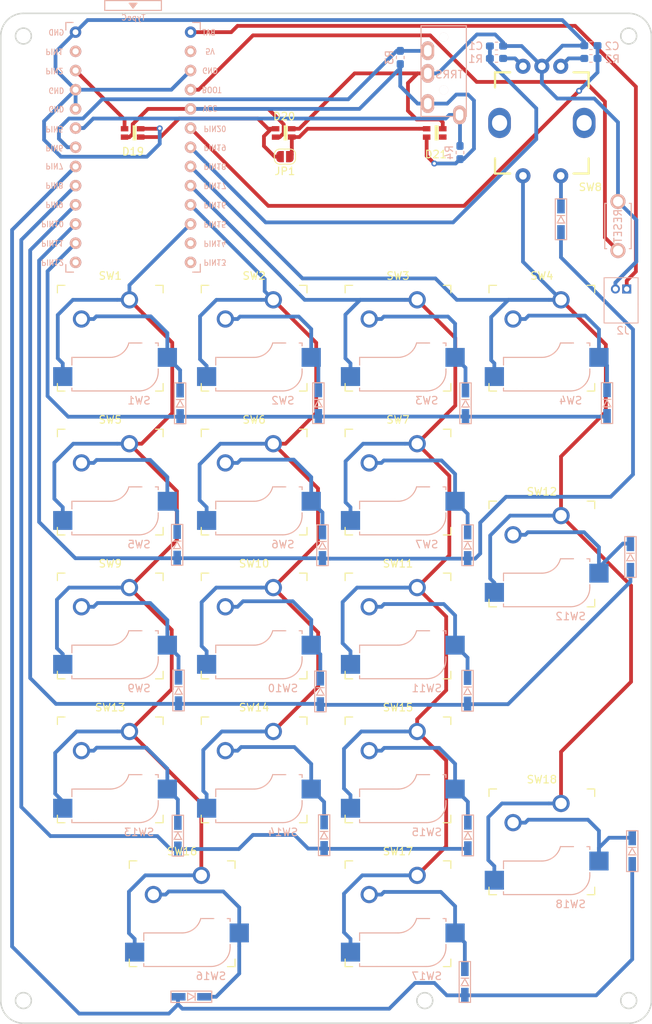
<source format=kicad_pcb>
(kicad_pcb (version 20171130) (host pcbnew "(5.1.5)-3")
  (layers (0 F.Cu signal) (31 B.Cu signal) (34 B.Paste user hide) (35 F.Paste user hide) (36 B.SilkS user) (37 F.SilkS user) (38 B.Mask user hide) (39 F.Mask user hide) (44 Edge.Cuts user))
  (net 0 "")
  (net 1 encB)
  (net 2 GND)
  (net 3 encA)
  (net 4 "Net-(D1-Pad1)")
  (net 5 row0)
  (net 6 "Net-(D2-Pad1)")
  (net 7 "Net-(D3-Pad1)")
  (net 8 "Net-(D4-Pad1)")
  (net 9 "Net-(D5-Pad1)")
  (net 10 row1)
  (net 11 "Net-(D6-Pad1)")
  (net 12 "Net-(D7-Pad1)")
  (net 13 "Net-(D8-Pad1)")
  (net 14 "Net-(D9-Pad1)")
  (net 15 row2)
  (net 16 "Net-(D10-Pad1)")
  (net 17 "Net-(D11-Pad1)")
  (net 18 "Net-(D12-Pad1)")
  (net 19 "Net-(D13-Pad1)")
  (net 20 row3)
  (net 21 "Net-(D14-Pad1)")
  (net 22 "Net-(D15-Pad1)")
  (net 23 "Net-(D16-Pad1)")
  (net 24 row4)
  (net 25 "Net-(D17-Pad1)")
  (net 26 "Net-(D18-Pad1)")
  (net 27 "Net-(D19-Pad1)")
  (net 28 LED)
  (net 29 VCC)
  (net 30 "Net-(D20-Pad1)")
  (net 31 "Net-(D21-Pad1)")
  (net 32 BAT)
  (net 33 "Net-(R1-Pad2)")
  (net 34 "Net-(R2-Pad2)")
  (net 35 SCL)
  (net 36 SDA)
  (net 37 col0)
  (net 38 col1)
  (net 39 col2)
  (net 40 col3)
  (net 41 reset)
  (net 42 "Net-(U1-Pad2)")
  (net 43 "Net-(U1-Pad13)")
  (net 44 "Net-(U1-Pad14)")
  (net 45 "Net-(U1-Pad15)")
  (net 46 "Net-(U1-Pad25)")
  (module keyswitches:Kailh_socket_MX_optional (layer F.Cu) (at 40.85 123.48)
    (fp_text reference SW13 (at 0 -8.255) (layer F.SilkS))
    (fp_text value SW_Push)
    (fp_text user %R (at 3.81 8.255) (layer B.SilkS) (effects (justify mirror)))
    (pad 2 smd rect (at 7.56 2.54) (size 2.55 2.5) (layers B.Cu B.Paste B.Mask) (net 19 "Net-(D13-Pad1)"))
    (pad "" np_thru_hole circle (at -5.08 0) (size 1.7018 1.7018) (drill 1.7018) (layers *.Cu *.Mask))
    (pad "" np_thru_hole circle (at 5.08 0) (size 1.7018 1.7018) (drill 1.7018) (layers *.Cu *.Mask))
    (pad 2 thru_hole circle (at -3.81 -2.54) (size 2.286 2.286) (drill 1.4986) (layers *.Cu *.Mask) (net 19 "Net-(D13-Pad1)"))
    (pad "" np_thru_hole circle (at 0 0) (size 3.9878 3.9878) (drill 3.9878) (layers *.Cu *.Mask))
    (pad 1 thru_hole circle (at 2.54 -5.08) (size 2.286 2.286) (drill 1.4986) (layers *.Cu *.Mask) (net 37 col0))
    (pad "" np_thru_hole circle (at 3.81 2.54) (size 3 3) (drill 3) (layers *.Cu *.Mask))
    (pad "" np_thru_hole circle (at -2.54 5.08) (size 3 3) (drill 3) (layers *.Cu *.Mask))
    (pad 1 smd rect (at -6.29 5.08) (size 2.55 2.5) (layers B.Cu B.Paste B.Mask) (net 37 col0))
  )
  (module keyswitches:Stabilizer_MX_2u (layer F.Cu) (at 98 94.9 90)
    (fp_text reference REF** hide)
    (fp_text value Stabilizer_MX_2u hide)
    (pad "" np_thru_hole circle (at 11.9 8.255 90) (size 3.9878 3.9878) (drill 3.9878) (layers *.Cu *.Mask))
    (pad "" np_thru_hole circle (at -11.9 8.255 90) (size 3.9878 3.9878) (drill 3.9878) (layers *.Cu *.Mask))
    (pad "" np_thru_hole circle (at 11.9 -6.985 90) (size 3.048 3.048) (drill 3.048) (layers *.Cu *.Mask))
    (pad "" np_thru_hole circle (at -11.9 -6.985 90) (size 3.048 3.048) (drill 3.048) (layers *.Cu *.Mask))
  )
  (module keyswitches:Stabilizer_MX_2u (layer F.Cu) (at 98 133.02 90)
    (fp_text reference REF** hide)
    (fp_text value Stabilizer_MX_2u hide)
    (pad "" np_thru_hole circle (at 11.9 8.255 90) (size 3.9878 3.9878) (drill 3.9878) (layers *.Cu *.Mask))
    (pad "" np_thru_hole circle (at -11.9 8.255 90) (size 3.9878 3.9878) (drill 3.9878) (layers *.Cu *.Mask))
    (pad "" np_thru_hole circle (at 11.9 -6.985 90) (size 3.048 3.048) (drill 3.048) (layers *.Cu *.Mask))
    (pad "" np_thru_hole circle (at -11.9 -6.985 90) (size 3.048 3.048) (drill 3.048) (layers *.Cu *.Mask))
  )
  (module keyswitches:Stabilizer_MX_2u (layer F.Cu) (at 50.37 142.53)
    (fp_text reference REF** hide)
    (fp_text value Stabilizer_MX_2u hide)
    (pad "" np_thru_hole circle (at 11.9 8.255) (size 3.9878 3.9878) (drill 3.9878) (layers *.Cu *.Mask))
    (pad "" np_thru_hole circle (at -11.9 8.255) (size 3.9878 3.9878) (drill 3.9878) (layers *.Cu *.Mask))
    (pad "" np_thru_hole circle (at 11.9 -6.985) (size 3.048 3.048) (drill 3.048) (layers *.Cu *.Mask))
    (pad "" np_thru_hole circle (at -11.9 -6.985) (size 3.048 3.048) (drill 3.048) (layers *.Cu *.Mask))
  )
  (module Capacitor_SMD:C_0603_1608Metric_Pad1.05x0.95mm_HandSolder (layer B.Cu) (at 91.995 27.65)
    (fp_text reference C1 (at -2.755 0) (layer B.SilkS) (effects (justify mirror)))
    (fp_text value C)
    (pad 1 smd roundrect (at -0.875 0) (size 1.05 0.95) (layers B.Cu B.Paste B.Mask) (net 1 encB))
    (pad 2 smd roundrect (at 0.875 0) (size 1.05 0.95) (layers B.Cu B.Paste B.Mask) (net 2 GND))
  )
  (module Capacitor_SMD:C_0603_1608Metric_Pad1.05x0.95mm_HandSolder (layer B.Cu) (at 104.495 27.6 180)
    (fp_text reference C2 (at -2.805 -0.07) (layer B.SilkS) (effects (justify mirror)))
    (fp_text value C)
    (pad 2 smd roundrect (at 0.875 0 180) (size 1.05 0.95) (layers B.Cu B.Paste B.Mask) (net 2 GND))
    (pad 1 smd roundrect (at -0.875 0 180) (size 1.05 0.95) (layers B.Cu B.Paste B.Mask) (net 3 encA))
  )
  (module keyboard:WS2812C-2020 (layer F.Cu) (at 43.81 39.15)
    (fp_text reference D19 (at 0.05 2.47) (layer F.SilkS))
    (fp_text value WS2812C)
    (pad 1 smd rect (at 1.0668 0.55) (size 1 0.7) (layers F.Cu F.Paste F.Mask) (net 27 "Net-(D19-Pad1)"))
    (pad 2 smd rect (at 1.0668 -0.55) (size 1 0.7) (layers F.Cu F.Paste F.Mask) (net 2 GND))
    (pad 3 smd rect (at -1.0668 -0.55) (size 1 0.7) (layers F.Cu F.Paste F.Mask) (net 28 LED))
    (pad 4 smd rect (at -1.0668 0.5588) (size 1 0.7) (layers F.Cu F.Paste F.Mask) (net 29 VCC))
  )
  (module keyboard:WS2812C-2020 (layer F.Cu) (at 63.81 39.15)
    (fp_text reference D20 (at 0.07 -2.19) (layer F.SilkS))
    (fp_text value WS2812C)
    (pad 4 smd rect (at -1.0668 0.5588) (size 1 0.7) (layers F.Cu F.Paste F.Mask) (net 29 VCC))
    (pad 3 smd rect (at -1.0668 -0.55) (size 1 0.7) (layers F.Cu F.Paste F.Mask) (net 27 "Net-(D19-Pad1)"))
    (pad 2 smd rect (at 1.0668 -0.55) (size 1 0.7) (layers F.Cu F.Paste F.Mask) (net 2 GND))
    (pad 1 smd rect (at 1.0668 0.55) (size 1 0.7) (layers F.Cu F.Paste F.Mask) (net 30 "Net-(D20-Pad1)"))
  )
  (module keyboard:WS2812C-2020 (layer F.Cu) (at 83.81 39.15)
    (fp_text reference D21 (at 0.16 2.84) (layer F.SilkS))
    (fp_text value WS2812C)
    (pad 4 smd rect (at -1.0668 0.5588) (size 1 0.7) (layers F.Cu F.Paste F.Mask) (net 29 VCC))
    (pad 3 smd rect (at -1.0668 -0.55) (size 1 0.7) (layers F.Cu F.Paste F.Mask) (net 30 "Net-(D20-Pad1)"))
    (pad 2 smd rect (at 1.0668 -0.55) (size 1 0.7) (layers F.Cu F.Paste F.Mask) (net 2 GND))
    (pad 1 smd rect (at 1.0668 0.55) (size 1 0.7) (layers F.Cu F.Paste F.Mask) (net 31 "Net-(D21-Pad1)"))
  )
  (module keyboard:S2B-ZR-3.4 (layer B.Cu) (at 109.24 59.82 180)
    (fp_text reference J2 (at 0.5 -5.5 180) (layer B.SilkS) (effects (justify mirror)))
    (fp_text value Conn_01x02)
    (pad 1 thru_hole rect (at 0 0 180) (size 1.2 1.2) (drill 0.7) (layers *.Cu *.Mask) (net 32 BAT))
    (pad 2 thru_hole circle (at 1.5 0 180) (size 1.2 1.2) (drill 0.7) (layers *.Cu *.Mask) (net 2 GND))
  )
  (module Jumper:SolderJumper-2_P1.3mm_Open_RoundedPad1.0x1.5mm (layer F.Cu) (at 63.98 42.29)
    (fp_text reference JP1 (at 0 1.93) (layer F.SilkS))
    (fp_text value Jumper)
    (pad 1 smd custom (at -0.65 0) (size 1 0.5) (layers F.Cu F.Mask) (net 27 "Net-(D19-Pad1)") (options (clearance outline) (anchor rect)) (primitives (gr_circle (center 0 0.25) (end 0.5 0.25) (width 0)) (gr_circle (center 0 -0.25) (end 0.5 -0.25) (width 0)) (gr_poly (pts (xy 0 -0.75) (xy 0.5 -0.75) (xy 0.5 0.75) (xy 0 0.75)) (width 0))))
    (pad 2 smd custom (at 0.65 0) (size 1 0.5) (layers F.Cu F.Mask) (net 30 "Net-(D20-Pad1)") (options (clearance outline) (anchor rect)) (primitives (gr_circle (center 0 0.25) (end 0.5 0.25) (width 0)) (gr_circle (center 0 -0.25) (end 0.5 -0.25) (width 0)) (gr_poly (pts (xy 0 -0.75) (xy -0.5 -0.75) (xy -0.5 0.75) (xy 0 0.75)) (width 0))))
  )
  (module Resistor_SMD:R_0603_1608Metric_Pad1.05x0.95mm_HandSolder (layer B.Cu) (at 91.995 29.29)
    (fp_text reference R1 (at -2.775 0.07) (layer B.SilkS) (effects (justify mirror)))
    (fp_text value R)
    (pad 1 smd roundrect (at -0.875 0) (size 1.05 0.95) (layers B.Cu B.Paste B.Mask) (net 1 encB))
    (pad 2 smd roundrect (at 0.875 0) (size 1.05 0.95) (layers B.Cu B.Paste B.Mask) (net 33 "Net-(R1-Pad2)"))
  )
  (module Resistor_SMD:R_0603_1608Metric_Pad1.05x0.95mm_HandSolder (layer B.Cu) (at 104.495 29.29 180)
    (fp_text reference R2 (at -2.855 -0.08) (layer B.SilkS) (effects (justify mirror)))
    (fp_text value R)
    (pad 2 smd roundrect (at 0.875 0 180) (size 1.05 0.95) (layers B.Cu B.Paste B.Mask) (net 34 "Net-(R2-Pad2)"))
    (pad 1 smd roundrect (at -0.875 0 180) (size 1.05 0.95) (layers B.Cu B.Paste B.Mask) (net 3 encA))
  )
  (module Resistor_SMD:R_0603_1608Metric_Pad1.05x0.95mm_HandSolder (layer B.Cu) (at 79.25 29.165 270)
    (fp_text reference R3 (at 0 1.43 270) (layer B.SilkS) (effects (justify mirror)))
    (fp_text value R)
    (pad 1 smd roundrect (at -0.875 0 270) (size 1.05 0.95) (layers B.Cu B.Paste B.Mask) (net 35 SCL))
    (pad 2 smd roundrect (at 0.875 0 270) (size 1.05 0.95) (layers B.Cu B.Paste B.Mask) (net 29 VCC))
  )
  (module Resistor_SMD:R_0603_1608Metric_Pad1.05x0.95mm_HandSolder (layer B.Cu) (at 87.16 41.75 270)
    (fp_text reference R4 (at 0 1.43 90) (layer B.SilkS) (effects (justify mirror)))
    (fp_text value R)
    (pad 2 smd roundrect (at 0.875 0 270) (size 1.05 0.95) (layers B.Cu B.Paste B.Mask) (net 29 VCC))
    (pad 1 smd roundrect (at -0.875 0 270) (size 1.05 0.95) (layers B.Cu B.Paste B.Mask) (net 36 SDA))
  )
  (module keyswitches:Kailh_socket_MX_optional (layer F.Cu) (at 40.85 66.33)
    (fp_text reference SW1 (at 0 -8.255) (layer F.SilkS))
    (fp_text value SW_Push)
    (fp_text user %R (at 3.81 8.255) (layer B.SilkS) (effects (justify mirror)))
    (pad 2 smd rect (at 7.56 2.54) (size 2.55 2.5) (layers B.Cu B.Paste B.Mask) (net 4 "Net-(D1-Pad1)"))
    (pad "" np_thru_hole circle (at -5.08 0) (size 1.7018 1.7018) (drill 1.7018) (layers *.Cu *.Mask))
    (pad "" np_thru_hole circle (at 5.08 0) (size 1.7018 1.7018) (drill 1.7018) (layers *.Cu *.Mask))
    (pad 2 thru_hole circle (at -3.81 -2.54) (size 2.286 2.286) (drill 1.4986) (layers *.Cu *.Mask) (net 4 "Net-(D1-Pad1)"))
    (pad "" np_thru_hole circle (at 0 0) (size 3.9878 3.9878) (drill 3.9878) (layers *.Cu *.Mask))
    (pad 1 thru_hole circle (at 2.54 -5.08) (size 2.286 2.286) (drill 1.4986) (layers *.Cu *.Mask) (net 37 col0))
    (pad "" np_thru_hole circle (at 3.81 2.54) (size 3 3) (drill 3) (layers *.Cu *.Mask))
    (pad "" np_thru_hole circle (at -2.54 5.08) (size 3 3) (drill 3) (layers *.Cu *.Mask))
    (pad 1 smd rect (at -6.29 5.08) (size 2.55 2.5) (layers B.Cu B.Paste B.Mask) (net 37 col0))
  )
  (module keyswitches:Kailh_socket_MX_optional (layer F.Cu) (at 59.9 66.33)
    (fp_text reference SW2 (at 0 -8.255) (layer F.SilkS))
    (fp_text value SW_Push)
    (fp_text user %R (at 3.81 8.255) (layer B.SilkS) (effects (justify mirror)))
    (pad 1 smd rect (at -6.29 5.08) (size 2.55 2.5) (layers B.Cu B.Paste B.Mask) (net 38 col1))
    (pad "" np_thru_hole circle (at -2.54 5.08) (size 3 3) (drill 3) (layers *.Cu *.Mask))
    (pad "" np_thru_hole circle (at 3.81 2.54) (size 3 3) (drill 3) (layers *.Cu *.Mask))
    (pad 1 thru_hole circle (at 2.54 -5.08) (size 2.286 2.286) (drill 1.4986) (layers *.Cu *.Mask) (net 38 col1))
    (pad "" np_thru_hole circle (at 0 0) (size 3.9878 3.9878) (drill 3.9878) (layers *.Cu *.Mask))
    (pad 2 thru_hole circle (at -3.81 -2.54) (size 2.286 2.286) (drill 1.4986) (layers *.Cu *.Mask) (net 6 "Net-(D2-Pad1)"))
    (pad "" np_thru_hole circle (at 5.08 0) (size 1.7018 1.7018) (drill 1.7018) (layers *.Cu *.Mask))
    (pad "" np_thru_hole circle (at -5.08 0) (size 1.7018 1.7018) (drill 1.7018) (layers *.Cu *.Mask))
    (pad 2 smd rect (at 7.56 2.54) (size 2.55 2.5) (layers B.Cu B.Paste B.Mask) (net 6 "Net-(D2-Pad1)"))
  )
  (module keyswitches:Kailh_socket_MX_optional (layer F.Cu) (at 78.95 66.33)
    (fp_text reference SW3 (at 0 -8.255) (layer F.SilkS))
    (fp_text value SW_Push)
    (fp_text user %R (at 3.81 8.255) (layer B.SilkS) (effects (justify mirror)))
    (pad 2 smd rect (at 7.56 2.54) (size 2.55 2.5) (layers B.Cu B.Paste B.Mask) (net 7 "Net-(D3-Pad1)"))
    (pad "" np_thru_hole circle (at -5.08 0) (size 1.7018 1.7018) (drill 1.7018) (layers *.Cu *.Mask))
    (pad "" np_thru_hole circle (at 5.08 0) (size 1.7018 1.7018) (drill 1.7018) (layers *.Cu *.Mask))
    (pad 2 thru_hole circle (at -3.81 -2.54) (size 2.286 2.286) (drill 1.4986) (layers *.Cu *.Mask) (net 7 "Net-(D3-Pad1)"))
    (pad "" np_thru_hole circle (at 0 0) (size 3.9878 3.9878) (drill 3.9878) (layers *.Cu *.Mask))
    (pad 1 thru_hole circle (at 2.54 -5.08) (size 2.286 2.286) (drill 1.4986) (layers *.Cu *.Mask) (net 39 col2))
    (pad "" np_thru_hole circle (at 3.81 2.54) (size 3 3) (drill 3) (layers *.Cu *.Mask))
    (pad "" np_thru_hole circle (at -2.54 5.08) (size 3 3) (drill 3) (layers *.Cu *.Mask))
    (pad 1 smd rect (at -6.29 5.08) (size 2.55 2.5) (layers B.Cu B.Paste B.Mask) (net 39 col2))
  )
  (module keyswitches:Kailh_socket_MX_optional (layer F.Cu) (at 98 66.33)
    (fp_text reference SW4 (at 0 -8.255) (layer F.SilkS))
    (fp_text value SW_Push)
    (fp_text user %R (at 3.81 8.255) (layer B.SilkS) (effects (justify mirror)))
    (pad 2 smd rect (at 7.56 2.54) (size 2.55 2.5) (layers B.Cu B.Paste B.Mask) (net 8 "Net-(D4-Pad1)"))
    (pad "" np_thru_hole circle (at -5.08 0) (size 1.7018 1.7018) (drill 1.7018) (layers *.Cu *.Mask))
    (pad "" np_thru_hole circle (at 5.08 0) (size 1.7018 1.7018) (drill 1.7018) (layers *.Cu *.Mask))
    (pad 2 thru_hole circle (at -3.81 -2.54) (size 2.286 2.286) (drill 1.4986) (layers *.Cu *.Mask) (net 8 "Net-(D4-Pad1)"))
    (pad "" np_thru_hole circle (at 0 0) (size 3.9878 3.9878) (drill 3.9878) (layers *.Cu *.Mask))
    (pad 1 thru_hole circle (at 2.54 -5.08) (size 2.286 2.286) (drill 1.4986) (layers *.Cu *.Mask) (net 40 col3))
    (pad "" np_thru_hole circle (at 3.81 2.54) (size 3 3) (drill 3) (layers *.Cu *.Mask))
    (pad "" np_thru_hole circle (at -2.54 5.08) (size 3 3) (drill 3) (layers *.Cu *.Mask))
    (pad 1 smd rect (at -6.29 5.08) (size 2.55 2.5) (layers B.Cu B.Paste B.Mask) (net 40 col3))
  )
  (module keyswitches:Kailh_socket_MX_optional (layer F.Cu) (at 40.85 85.38)
    (fp_text reference SW5 (at 0 -8.255) (layer F.SilkS))
    (fp_text value SW_Push)
    (fp_text user %R (at 3.81 8.255) (layer B.SilkS) (effects (justify mirror)))
    (pad 1 smd rect (at -6.29 5.08) (size 2.55 2.5) (layers B.Cu B.Paste B.Mask) (net 37 col0))
    (pad "" np_thru_hole circle (at -2.54 5.08) (size 3 3) (drill 3) (layers *.Cu *.Mask))
    (pad "" np_thru_hole circle (at 3.81 2.54) (size 3 3) (drill 3) (layers *.Cu *.Mask))
    (pad 1 thru_hole circle (at 2.54 -5.08) (size 2.286 2.286) (drill 1.4986) (layers *.Cu *.Mask) (net 37 col0))
    (pad "" np_thru_hole circle (at 0 0) (size 3.9878 3.9878) (drill 3.9878) (layers *.Cu *.Mask))
    (pad 2 thru_hole circle (at -3.81 -2.54) (size 2.286 2.286) (drill 1.4986) (layers *.Cu *.Mask) (net 9 "Net-(D5-Pad1)"))
    (pad "" np_thru_hole circle (at 5.08 0) (size 1.7018 1.7018) (drill 1.7018) (layers *.Cu *.Mask))
    (pad "" np_thru_hole circle (at -5.08 0) (size 1.7018 1.7018) (drill 1.7018) (layers *.Cu *.Mask))
    (pad 2 smd rect (at 7.56 2.54) (size 2.55 2.5) (layers B.Cu B.Paste B.Mask) (net 9 "Net-(D5-Pad1)"))
  )
  (module keyswitches:Kailh_socket_MX_optional (layer F.Cu) (at 59.9 85.38)
    (fp_text reference SW6 (at 0 -8.255) (layer F.SilkS))
    (fp_text value SW_Push)
    (fp_text user %R (at 3.81 8.255) (layer B.SilkS) (effects (justify mirror)))
    (pad 2 smd rect (at 7.56 2.54) (size 2.55 2.5) (layers B.Cu B.Paste B.Mask) (net 11 "Net-(D6-Pad1)"))
    (pad "" np_thru_hole circle (at -5.08 0) (size 1.7018 1.7018) (drill 1.7018) (layers *.Cu *.Mask))
    (pad "" np_thru_hole circle (at 5.08 0) (size 1.7018 1.7018) (drill 1.7018) (layers *.Cu *.Mask))
    (pad 2 thru_hole circle (at -3.81 -2.54) (size 2.286 2.286) (drill 1.4986) (layers *.Cu *.Mask) (net 11 "Net-(D6-Pad1)"))
    (pad "" np_thru_hole circle (at 0 0) (size 3.9878 3.9878) (drill 3.9878) (layers *.Cu *.Mask))
    (pad 1 thru_hole circle (at 2.54 -5.08) (size 2.286 2.286) (drill 1.4986) (layers *.Cu *.Mask) (net 38 col1))
    (pad "" np_thru_hole circle (at 3.81 2.54) (size 3 3) (drill 3) (layers *.Cu *.Mask))
    (pad "" np_thru_hole circle (at -2.54 5.08) (size 3 3) (drill 3) (layers *.Cu *.Mask))
    (pad 1 smd rect (at -6.29 5.08) (size 2.55 2.5) (layers B.Cu B.Paste B.Mask) (net 38 col1))
  )
  (module keyswitches:Kailh_socket_MX_optional (layer F.Cu) (at 78.95 85.38)
    (fp_text reference SW7 (at 0 -8.255) (layer F.SilkS))
    (fp_text value SW_Push)
    (fp_text user %R (at 3.81 8.255) (layer B.SilkS) (effects (justify mirror)))
    (pad 1 smd rect (at -6.29 5.08) (size 2.55 2.5) (layers B.Cu B.Paste B.Mask) (net 39 col2))
    (pad "" np_thru_hole circle (at -2.54 5.08) (size 3 3) (drill 3) (layers *.Cu *.Mask))
    (pad "" np_thru_hole circle (at 3.81 2.54) (size 3 3) (drill 3) (layers *.Cu *.Mask))
    (pad 1 thru_hole circle (at 2.54 -5.08) (size 2.286 2.286) (drill 1.4986) (layers *.Cu *.Mask) (net 39 col2))
    (pad "" np_thru_hole circle (at 0 0) (size 3.9878 3.9878) (drill 3.9878) (layers *.Cu *.Mask))
    (pad 2 thru_hole circle (at -3.81 -2.54) (size 2.286 2.286) (drill 1.4986) (layers *.Cu *.Mask) (net 12 "Net-(D7-Pad1)"))
    (pad "" np_thru_hole circle (at 5.08 0) (size 1.7018 1.7018) (drill 1.7018) (layers *.Cu *.Mask))
    (pad "" np_thru_hole circle (at -5.08 0) (size 1.7018 1.7018) (drill 1.7018) (layers *.Cu *.Mask))
    (pad 2 smd rect (at 7.56 2.54) (size 2.55 2.5) (layers B.Cu B.Paste B.Mask) (net 12 "Net-(D7-Pad1)"))
  )
  (module keyboard:PEC12R-4xxxF-Sxxxx (layer F.Cu) (at 98 37.83 180)
    (fp_text reference SW8 (at -6.42 -8.5) (layer F.SilkS))
    (fp_text value Rotary_Encoder_Switch)
    (pad "" thru_hole oval (at -5.6 0 180) (size 3 4) (drill oval 2 2.1) (layers *.Cu *.Mask))
    (pad "" thru_hole oval (at 5.6 0 180) (size 3 4) (drill oval 2 2.1) (layers *.Cu *.Mask))
    (pad B thru_hole circle (at 2.5 7.5 180) (size 2 2) (drill 1) (layers *.Cu *.Mask) (net 33 "Net-(R1-Pad2)"))
    (pad C thru_hole circle (at 0 7.5 180) (size 2 2) (drill 1) (layers *.Cu *.Mask) (net 2 GND))
    (pad A thru_hole circle (at -2.5 7.5 180) (size 2 2) (drill 1) (layers *.Cu *.Mask) (net 34 "Net-(R2-Pad2)"))
    (pad S2 thru_hole circle (at 2.5 -7 180) (size 2 2) (drill 1) (layers *.Cu *.Mask) (net 40 col3))
    (pad S1 thru_hole circle (at -2.5 -7 180) (size 2 2) (drill 1) (layers *.Cu *.Mask) (net 13 "Net-(D8-Pad1)"))
  )
  (module keyswitches:Kailh_socket_MX_optional (layer F.Cu) (at 40.85 104.43)
    (fp_text reference SW9 (at 0 -8.255) (layer F.SilkS))
    (fp_text value SW_Push)
    (fp_text user %R (at 3.81 8.255) (layer B.SilkS) (effects (justify mirror)))
    (pad 1 smd rect (at -6.29 5.08) (size 2.55 2.5) (layers B.Cu B.Paste B.Mask) (net 37 col0))
    (pad "" np_thru_hole circle (at -2.54 5.08) (size 3 3) (drill 3) (layers *.Cu *.Mask))
    (pad "" np_thru_hole circle (at 3.81 2.54) (size 3 3) (drill 3) (layers *.Cu *.Mask))
    (pad 1 thru_hole circle (at 2.54 -5.08) (size 2.286 2.286) (drill 1.4986) (layers *.Cu *.Mask) (net 37 col0))
    (pad "" np_thru_hole circle (at 0 0) (size 3.9878 3.9878) (drill 3.9878) (layers *.Cu *.Mask))
    (pad 2 thru_hole circle (at -3.81 -2.54) (size 2.286 2.286) (drill 1.4986) (layers *.Cu *.Mask) (net 14 "Net-(D9-Pad1)"))
    (pad "" np_thru_hole circle (at 5.08 0) (size 1.7018 1.7018) (drill 1.7018) (layers *.Cu *.Mask))
    (pad "" np_thru_hole circle (at -5.08 0) (size 1.7018 1.7018) (drill 1.7018) (layers *.Cu *.Mask))
    (pad 2 smd rect (at 7.56 2.54) (size 2.55 2.5) (layers B.Cu B.Paste B.Mask) (net 14 "Net-(D9-Pad1)"))
  )
  (module keyswitches:Kailh_socket_MX_optional (layer F.Cu) (at 59.9 104.43)
    (fp_text reference SW10 (at 0 -8.255) (layer F.SilkS))
    (fp_text value SW_Push)
    (fp_text user %R (at 3.81 8.255) (layer B.SilkS) (effects (justify mirror)))
    (pad 1 smd rect (at -6.29 5.08) (size 2.55 2.5) (layers B.Cu B.Paste B.Mask) (net 38 col1))
    (pad "" np_thru_hole circle (at -2.54 5.08) (size 3 3) (drill 3) (layers *.Cu *.Mask))
    (pad "" np_thru_hole circle (at 3.81 2.54) (size 3 3) (drill 3) (layers *.Cu *.Mask))
    (pad 1 thru_hole circle (at 2.54 -5.08) (size 2.286 2.286) (drill 1.4986) (layers *.Cu *.Mask) (net 38 col1))
    (pad "" np_thru_hole circle (at 0 0) (size 3.9878 3.9878) (drill 3.9878) (layers *.Cu *.Mask))
    (pad 2 thru_hole circle (at -3.81 -2.54) (size 2.286 2.286) (drill 1.4986) (layers *.Cu *.Mask) (net 16 "Net-(D10-Pad1)"))
    (pad "" np_thru_hole circle (at 5.08 0) (size 1.7018 1.7018) (drill 1.7018) (layers *.Cu *.Mask))
    (pad "" np_thru_hole circle (at -5.08 0) (size 1.7018 1.7018) (drill 1.7018) (layers *.Cu *.Mask))
    (pad 2 smd rect (at 7.56 2.54) (size 2.55 2.5) (layers B.Cu B.Paste B.Mask) (net 16 "Net-(D10-Pad1)"))
  )
  (module keyswitches:Kailh_socket_MX_optional (layer F.Cu) (at 78.95 104.43)
    (fp_text reference SW11 (at 0 -8.255) (layer F.SilkS))
    (fp_text value SW_Push)
    (fp_text user %R (at 3.81 8.255) (layer B.SilkS) (effects (justify mirror)))
    (pad 2 smd rect (at 7.56 2.54) (size 2.55 2.5) (layers B.Cu B.Paste B.Mask) (net 17 "Net-(D11-Pad1)"))
    (pad "" np_thru_hole circle (at -5.08 0) (size 1.7018 1.7018) (drill 1.7018) (layers *.Cu *.Mask))
    (pad "" np_thru_hole circle (at 5.08 0) (size 1.7018 1.7018) (drill 1.7018) (layers *.Cu *.Mask))
    (pad 2 thru_hole circle (at -3.81 -2.54) (size 2.286 2.286) (drill 1.4986) (layers *.Cu *.Mask) (net 17 "Net-(D11-Pad1)"))
    (pad "" np_thru_hole circle (at 0 0) (size 3.9878 3.9878) (drill 3.9878) (layers *.Cu *.Mask))
    (pad 1 thru_hole circle (at 2.54 -5.08) (size 2.286 2.286) (drill 1.4986) (layers *.Cu *.Mask) (net 39 col2))
    (pad "" np_thru_hole circle (at 3.81 2.54) (size 3 3) (drill 3) (layers *.Cu *.Mask))
    (pad "" np_thru_hole circle (at -2.54 5.08) (size 3 3) (drill 3) (layers *.Cu *.Mask))
    (pad 1 smd rect (at -6.29 5.08) (size 2.55 2.5) (layers B.Cu B.Paste B.Mask) (net 39 col2))
  )
  (module keyswitches:Kailh_socket_MX_optional (layer F.Cu) (at 98 94.9)
    (fp_text reference SW12 (at 0 -8.255) (layer F.SilkS))
    (fp_text value SW_Push)
    (fp_text user %R (at 3.81 8.255) (layer B.SilkS) (effects (justify mirror)))
    (pad 2 smd rect (at 7.56 2.54) (size 2.55 2.5) (layers B.Cu B.Paste B.Mask) (net 18 "Net-(D12-Pad1)"))
    (pad "" np_thru_hole circle (at -5.08 0) (size 1.7018 1.7018) (drill 1.7018) (layers *.Cu *.Mask))
    (pad "" np_thru_hole circle (at 5.08 0) (size 1.7018 1.7018) (drill 1.7018) (layers *.Cu *.Mask))
    (pad 2 thru_hole circle (at -3.81 -2.54) (size 2.286 2.286) (drill 1.4986) (layers *.Cu *.Mask) (net 18 "Net-(D12-Pad1)"))
    (pad "" np_thru_hole circle (at 0 0) (size 3.9878 3.9878) (drill 3.9878) (layers *.Cu *.Mask))
    (pad 1 thru_hole circle (at 2.54 -5.08) (size 2.286 2.286) (drill 1.4986) (layers *.Cu *.Mask) (net 40 col3))
    (pad "" np_thru_hole circle (at 3.81 2.54) (size 3 3) (drill 3) (layers *.Cu *.Mask))
    (pad "" np_thru_hole circle (at -2.54 5.08) (size 3 3) (drill 3) (layers *.Cu *.Mask))
    (pad 1 smd rect (at -6.29 5.08) (size 2.55 2.5) (layers B.Cu B.Paste B.Mask) (net 40 col3))
  )
  (module keyswitches:Kailh_socket_MX_optional (layer F.Cu) (at 59.9 123.48)
    (fp_text reference SW14 (at 0 -8.255) (layer F.SilkS))
    (fp_text value SW_Push)
    (fp_text user %R (at 3.81 8.255) (layer B.SilkS) (effects (justify mirror)))
    (pad 1 smd rect (at -6.29 5.08) (size 2.55 2.5) (layers B.Cu B.Paste B.Mask) (net 38 col1))
    (pad "" np_thru_hole circle (at -2.54 5.08) (size 3 3) (drill 3) (layers *.Cu *.Mask))
    (pad "" np_thru_hole circle (at 3.81 2.54) (size 3 3) (drill 3) (layers *.Cu *.Mask))
    (pad 1 thru_hole circle (at 2.54 -5.08) (size 2.286 2.286) (drill 1.4986) (layers *.Cu *.Mask) (net 38 col1))
    (pad "" np_thru_hole circle (at 0 0) (size 3.9878 3.9878) (drill 3.9878) (layers *.Cu *.Mask))
    (pad 2 thru_hole circle (at -3.81 -2.54) (size 2.286 2.286) (drill 1.4986) (layers *.Cu *.Mask) (net 21 "Net-(D14-Pad1)"))
    (pad "" np_thru_hole circle (at 5.08 0) (size 1.7018 1.7018) (drill 1.7018) (layers *.Cu *.Mask))
    (pad "" np_thru_hole circle (at -5.08 0) (size 1.7018 1.7018) (drill 1.7018) (layers *.Cu *.Mask))
    (pad 2 smd rect (at 7.56 2.54) (size 2.55 2.5) (layers B.Cu B.Paste B.Mask) (net 21 "Net-(D14-Pad1)"))
  )
  (module keyswitches:Kailh_socket_MX_optional (layer F.Cu) (at 78.95 123.48)
    (fp_text reference SW15 (at 0 -8.255) (layer F.SilkS))
    (fp_text value SW_Push)
    (fp_text user %R (at 3.81 8.255) (layer B.SilkS) (effects (justify mirror)))
    (pad 2 smd rect (at 7.56 2.54) (size 2.55 2.5) (layers B.Cu B.Paste B.Mask) (net 22 "Net-(D15-Pad1)"))
    (pad "" np_thru_hole circle (at -5.08 0) (size 1.7018 1.7018) (drill 1.7018) (layers *.Cu *.Mask))
    (pad "" np_thru_hole circle (at 5.08 0) (size 1.7018 1.7018) (drill 1.7018) (layers *.Cu *.Mask))
    (pad 2 thru_hole circle (at -3.81 -2.54) (size 2.286 2.286) (drill 1.4986) (layers *.Cu *.Mask) (net 22 "Net-(D15-Pad1)"))
    (pad "" np_thru_hole circle (at 0 0) (size 3.9878 3.9878) (drill 3.9878) (layers *.Cu *.Mask))
    (pad 1 thru_hole circle (at 2.54 -5.08) (size 2.286 2.286) (drill 1.4986) (layers *.Cu *.Mask) (net 39 col2))
    (pad "" np_thru_hole circle (at 3.81 2.54) (size 3 3) (drill 3) (layers *.Cu *.Mask))
    (pad "" np_thru_hole circle (at -2.54 5.08) (size 3 3) (drill 3) (layers *.Cu *.Mask))
    (pad 1 smd rect (at -6.29 5.08) (size 2.55 2.5) (layers B.Cu B.Paste B.Mask) (net 39 col2))
  )
  (module keyswitches:Kailh_socket_MX_optional (layer F.Cu) (at 50.37 142.53)
    (fp_text reference SW16 (at 0 -8.255) (layer F.SilkS))
    (fp_text value SW_Push)
    (fp_text user %R (at 3.81 8.255) (layer B.SilkS) (effects (justify mirror)))
    (pad 1 smd rect (at -6.29 5.08) (size 2.55 2.5) (layers B.Cu B.Paste B.Mask) (net 37 col0))
    (pad "" np_thru_hole circle (at -2.54 5.08) (size 3 3) (drill 3) (layers *.Cu *.Mask))
    (pad "" np_thru_hole circle (at 3.81 2.54) (size 3 3) (drill 3) (layers *.Cu *.Mask))
    (pad 1 thru_hole circle (at 2.54 -5.08) (size 2.286 2.286) (drill 1.4986) (layers *.Cu *.Mask) (net 37 col0))
    (pad "" np_thru_hole circle (at 0 0) (size 3.9878 3.9878) (drill 3.9878) (layers *.Cu *.Mask))
    (pad 2 thru_hole circle (at -3.81 -2.54) (size 2.286 2.286) (drill 1.4986) (layers *.Cu *.Mask) (net 23 "Net-(D16-Pad1)"))
    (pad "" np_thru_hole circle (at 5.08 0) (size 1.7018 1.7018) (drill 1.7018) (layers *.Cu *.Mask))
    (pad "" np_thru_hole circle (at -5.08 0) (size 1.7018 1.7018) (drill 1.7018) (layers *.Cu *.Mask))
    (pad 2 smd rect (at 7.56 2.54) (size 2.55 2.5) (layers B.Cu B.Paste B.Mask) (net 23 "Net-(D16-Pad1)"))
  )
  (module keyswitches:Kailh_socket_MX_optional (layer F.Cu) (at 78.95 142.53)
    (fp_text reference SW17 (at 0 -8.255) (layer F.SilkS))
    (fp_text value SW_Push)
    (fp_text user %R (at 3.81 8.255) (layer B.SilkS) (effects (justify mirror)))
    (pad 2 smd rect (at 7.56 2.54) (size 2.55 2.5) (layers B.Cu B.Paste B.Mask) (net 25 "Net-(D17-Pad1)"))
    (pad "" np_thru_hole circle (at -5.08 0) (size 1.7018 1.7018) (drill 1.7018) (layers *.Cu *.Mask))
    (pad "" np_thru_hole circle (at 5.08 0) (size 1.7018 1.7018) (drill 1.7018) (layers *.Cu *.Mask))
    (pad 2 thru_hole circle (at -3.81 -2.54) (size 2.286 2.286) (drill 1.4986) (layers *.Cu *.Mask) (net 25 "Net-(D17-Pad1)"))
    (pad "" np_thru_hole circle (at 0 0) (size 3.9878 3.9878) (drill 3.9878) (layers *.Cu *.Mask))
    (pad 1 thru_hole circle (at 2.54 -5.08) (size 2.286 2.286) (drill 1.4986) (layers *.Cu *.Mask) (net 39 col2))
    (pad "" np_thru_hole circle (at 3.81 2.54) (size 3 3) (drill 3) (layers *.Cu *.Mask))
    (pad "" np_thru_hole circle (at -2.54 5.08) (size 3 3) (drill 3) (layers *.Cu *.Mask))
    (pad 1 smd rect (at -6.29 5.08) (size 2.55 2.5) (layers B.Cu B.Paste B.Mask) (net 39 col2))
  )
  (module keyswitches:Kailh_socket_MX_optional (layer F.Cu) (at 98 133.01)
    (fp_text reference SW18 (at 0 -8.255) (layer F.SilkS))
    (fp_text value SW_Push)
    (fp_text user %R (at 3.81 8.255) (layer B.SilkS) (effects (justify mirror)))
    (pad 1 smd rect (at -6.29 5.08) (size 2.55 2.5) (layers B.Cu B.Paste B.Mask) (net 40 col3))
    (pad "" np_thru_hole circle (at -2.54 5.08) (size 3 3) (drill 3) (layers *.Cu *.Mask))
    (pad "" np_thru_hole circle (at 3.81 2.54) (size 3 3) (drill 3) (layers *.Cu *.Mask))
    (pad 1 thru_hole circle (at 2.54 -5.08) (size 2.286 2.286) (drill 1.4986) (layers *.Cu *.Mask) (net 40 col3))
    (pad "" np_thru_hole circle (at 0 0) (size 3.9878 3.9878) (drill 3.9878) (layers *.Cu *.Mask))
    (pad 2 thru_hole circle (at -3.81 -2.54) (size 2.286 2.286) (drill 1.4986) (layers *.Cu *.Mask) (net 26 "Net-(D18-Pad1)"))
    (pad "" np_thru_hole circle (at 5.08 0) (size 1.7018 1.7018) (drill 1.7018) (layers *.Cu *.Mask))
    (pad "" np_thru_hole circle (at -5.08 0) (size 1.7018 1.7018) (drill 1.7018) (layers *.Cu *.Mask))
    (pad 2 smd rect (at 7.56 2.54) (size 2.55 2.5) (layers B.Cu B.Paste B.Mask) (net 26 "Net-(D18-Pad1)"))
  )
  (module keyboard:ProMicro_BLE (layer B.Cu) (at 43.87 42.83 180)
    (fp_text reference U1 hide)
    (fp_text value BLE_Micro_Pro hide)
    (fp_text user TypeC (at -0.05 18.95) (layer B.SilkS) (effects (font (size 0.75 0.75) (thickness 0.12)) (justify mirror)))
    (fp_text user PIN11 (at 10.668 -10.922 180 unlocked) (layer B.SilkS) (effects (font (size 0.75 0.67) (thickness 0.125)) (justify mirror)))
    (fp_text user PIN2 (at 10.414 11.9 180 unlocked) (layer B.SilkS) (effects (font (size 0.75 0.67) (thickness 0.125)) (justify mirror)))
    (fp_text user PIN12 (at 10.668 -13.462 180 unlocked) (layer B.SilkS) (effects (font (size 0.75 0.67) (thickness 0.125)) (justify mirror)))
    (fp_text user PIN8 (at 10.414 -3.25 180 unlocked) (layer B.SilkS) (effects (font (size 0.75 0.67) (thickness 0.125)) (justify mirror)))
    (fp_text user PIN6 (at 10.414 1.7 180 unlocked) (layer B.SilkS) (effects (font (size 0.75 0.67) (thickness 0.125)) (justify mirror)))
    (fp_text user PIN5 (at 10.414 4.2 180 unlocked) (layer B.SilkS) (effects (font (size 0.75 0.67) (thickness 0.125)) (justify mirror)))
    (fp_text user PIN7 (at 10.414 -0.7 180 unlocked) (layer B.SilkS) (effects (font (size 0.75 0.67) (thickness 0.125)) (justify mirror)))
    (fp_text user PIN1 (at 10.414 14.45 180 unlocked) (layer B.SilkS) (effects (font (size 0.75 0.67) (thickness 0.125)) (justify mirror)))
    (fp_text user GND (at 10.16 6.85 180 unlocked) (layer B.SilkS) (effects (font (size 0.75 0.67) (thickness 0.125)) (justify mirror)))
    (fp_text user GND (at 10.16 9.3 180 unlocked) (layer B.SilkS) (effects (font (size 0.75 0.67) (thickness 0.125)) (justify mirror)))
    (fp_text user PIN9 (at 10.414 -5.8 180 unlocked) (layer B.SilkS) (effects (font (size 0.75 0.67) (thickness 0.125)) (justify mirror)))
    (fp_text user PIN10 (at 10.668 -8.35 180 unlocked) (layer B.SilkS) (effects (font (size 0.75 0.67) (thickness 0.125)) (justify mirror)))
    (fp_text user PIN14 (at -10.845 -10.95 180 unlocked) (layer B.SilkS) (effects (font (size 0.75 0.67) (thickness 0.125)) (justify mirror)))
    (fp_text user PIN13 (at -10.845 -13.45 180 unlocked) (layer B.SilkS) (effects (font (size 0.75 0.67) (thickness 0.125)) (justify mirror)))
    (fp_text user PIN15 (at -10.845 -8.4 180 unlocked) (layer B.SilkS) (effects (font (size 0.75 0.67) (thickness 0.125)) (justify mirror)))
    (fp_text user PIN16 (at -10.845 -5.85 180 unlocked) (layer B.SilkS) (effects (font (size 0.75 0.67) (thickness 0.125)) (justify mirror)))
    (fp_text user PIN17 (at -10.845 -3.3 180 unlocked) (layer B.SilkS) (effects (font (size 0.75 0.67) (thickness 0.125)) (justify mirror)))
    (fp_text user PIN18 (at -10.845 -0.75 180 unlocked) (layer B.SilkS) (effects (font (size 0.75 0.67) (thickness 0.125)) (justify mirror)))
    (fp_text user PIN19 (at -10.845 1.75 180 unlocked) (layer B.SilkS) (effects (font (size 0.75 0.67) (thickness 0.125)) (justify mirror)))
    (fp_text user PIN20 (at -10.845 4.25 180 unlocked) (layer B.SilkS) (effects (font (size 0.75 0.67) (thickness 0.125)) (justify mirror)))
    (fp_text user VCC (at -10.195 6.95 180 unlocked) (layer B.SilkS) (effects (font (size 0.75 0.67) (thickness 0.125)) (justify mirror)))
    (fp_text user BOOT (at -10.414 9.4 180 unlocked) (layer B.SilkS) (effects (font (size 0.75 0.67) (thickness 0.125)) (justify mirror)))
    (fp_text user GND (at -10.195 11.95 180 unlocked) (layer B.SilkS) (effects (font (size 0.75 0.67) (thickness 0.125)) (justify mirror)))
    (fp_text user 5V (at -10.195 14.5 180 unlocked) (layer B.SilkS) (effects (font (size 0.75 0.67) (thickness 0.125)) (justify mirror)))
    (fp_text user "" (at -0.545 17.4) (layer B.SilkS) (effects (justify mirror)))
    (fp_text user "" (at -1.2515 16.256) (layer F.SilkS))
    (fp_text user GND (at 10.16 16.9545) (layer B.SilkS) (effects (font (size 0.75 0.67) (thickness 0.125)) (justify mirror)))
    (fp_text user BAT (at -10.033 16.9545) (layer B.SilkS) (effects (font (size 0.75 0.67) (thickness 0.125)) (justify mirror)))
    (pad 2 thru_hole circle (at 7.6114 14.478 180) (size 1.524 1.524) (drill 0.8128) (layers *.Cu B.SilkS F.Mask) (net 42 "Net-(U1-Pad2)"))
    (pad 3 thru_hole circle (at 7.6114 11.938 180) (size 1.524 1.524) (drill 0.8128) (layers *.Cu B.SilkS F.Mask) (net 28 LED))
    (pad 4 thru_hole circle (at 7.6114 9.398 180) (size 1.524 1.524) (drill 0.8128) (layers *.Cu B.SilkS F.Mask) (net 2 GND))
    (pad 5 thru_hole circle (at 7.6114 6.858 180) (size 1.524 1.524) (drill 0.8128) (layers *.Cu B.SilkS F.Mask) (net 2 GND))
    (pad 6 thru_hole circle (at 7.6114 4.318 180) (size 1.524 1.524) (drill 0.8128) (layers *.Cu B.SilkS F.Mask) (net 36 SDA))
    (pad 7 thru_hole circle (at 7.6114 1.778 180) (size 1.524 1.524) (drill 0.8128) (layers *.Cu B.SilkS F.Mask) (net 35 SCL))
    (pad 8 thru_hole circle (at 7.6114 -0.762 180) (size 1.524 1.524) (drill 0.8128) (layers *.Cu B.SilkS F.Mask) (net 24 row4))
    (pad 9 thru_hole circle (at 7.6114 -3.302 180) (size 1.524 1.524) (drill 0.8128) (layers *.Cu B.SilkS F.Mask) (net 20 row3))
    (pad 10 thru_hole circle (at 7.6114 -5.842 180) (size 1.524 1.524) (drill 0.8128) (layers *.Cu B.SilkS F.Mask) (net 15 row2))
    (pad 11 thru_hole circle (at 7.6114 -8.382 180) (size 1.524 1.524) (drill 0.8128) (layers *.Cu B.SilkS F.Mask) (net 10 row1))
    (pad 12 thru_hole circle (at 7.6114 -10.922 180) (size 1.524 1.524) (drill 0.8128) (layers *.Cu B.SilkS F.Mask) (net 5 row0))
    (pad 13 thru_hole circle (at 7.6114 -13.462 180) (size 1.524 1.524) (drill 0.8128) (layers *.Cu B.SilkS F.Mask) (net 43 "Net-(U1-Pad13)"))
    (pad 14 thru_hole circle (at -7.6086 -13.462 180) (size 1.524 1.524) (drill 0.8128) (layers *.Cu B.SilkS F.Mask) (net 44 "Net-(U1-Pad14)"))
    (pad 15 thru_hole circle (at -7.6086 -10.922 180) (size 1.524 1.524) (drill 0.8128) (layers *.Cu B.SilkS F.Mask) (net 45 "Net-(U1-Pad15)"))
    (pad 16 thru_hole circle (at -7.6086 -8.382 180) (size 1.524 1.524) (drill 0.8128) (layers *.Cu B.SilkS F.Mask) (net 37 col0))
    (pad 17 thru_hole circle (at -7.6086 -5.842 180) (size 1.524 1.524) (drill 0.8128) (layers *.Cu B.SilkS F.Mask) (net 38 col1))
    (pad 18 thru_hole circle (at -7.6086 -3.302 180) (size 1.524 1.524) (drill 0.8128) (layers *.Cu B.SilkS F.Mask) (net 39 col2))
    (pad 19 thru_hole circle (at -7.6086 -0.762 180) (size 1.524 1.524) (drill 0.8128) (layers *.Cu B.SilkS F.Mask) (net 40 col3))
    (pad 20 thru_hole circle (at -7.6086 1.778 180) (size 1.524 1.524) (drill 0.8128) (layers *.Cu B.SilkS F.Mask) (net 1 encB))
    (pad 21 thru_hole circle (at -7.6086 4.318 180) (size 1.524 1.524) (drill 0.8128) (layers *.Cu B.SilkS F.Mask) (net 3 encA))
    (pad 22 thru_hole circle (at -7.6086 6.858 180) (size 1.524 1.524) (drill 0.8128) (layers *.Cu B.SilkS F.Mask) (net 29 VCC))
    (pad 23 thru_hole circle (at -7.6086 9.398 180) (size 1.524 1.524) (drill 0.8128) (layers *.Cu B.SilkS F.Mask) (net 41 reset))
    (pad 24 thru_hole circle (at -7.6086 11.938 180) (size 1.524 1.524) (drill 0.8128) (layers *.Cu B.SilkS F.Mask) (net 2 GND))
    (pad 25 thru_hole circle (at -7.6086 14.478 180) (size 1.524 1.524) (drill 0.8128) (layers *.Cu B.SilkS F.Mask) (net 46 "Net-(U1-Pad25)"))
    (pad 26 thru_hole circle (at -7.62 17.018 180) (size 1.524 1.524) (drill 0.762) (layers *.Cu *.Mask) (net 32 BAT))
    (pad 1 thru_hole circle (at 7.62 17.018 180) (size 1.524 1.524) (drill 0.762) (layers *.Cu *.Mask) (net 2 GND))
  )
  (module keyboard:MJ-4PP-9_1side (layer B.Cu) (at 85 24.97 180)
    (fp_text reference Je)
    (fp_text value AudioJack4 hide)
    (fp_text user TRRS (at -0.75 -6.45) (layer B.SilkS) (effects (justify mirror)))
    (pad "" np_thru_hole circle (at 0 -1.5 180) (size 1.2 1.2) (drill 1.2) (layers *.Cu *.Mask B.SilkS))
    (pad "" np_thru_hole circle (at 0 -8.5 180) (size 1.2 1.2) (drill 1.2) (layers *.Cu *.Mask B.SilkS))
    (pad R2 thru_hole oval (at 2.1 -3.3 180) (size 1.7 2.5) (drill oval 1 1.5) (layers *.Cu B.SilkS F.Mask) (net 35 SCL))
    (pad R1 thru_hole oval (at 2.1 -6.3 180) (size 1.7 2.5) (drill oval 1 1.5) (layers *.Cu B.SilkS F.Mask) (net 2 GND))
    (pad T thru_hole oval (at 2.1 -10.3 180) (size 1.7 2.5) (drill oval 1 1.5) (layers *.Cu B.SilkS F.Mask) (net 29 VCC) (clearance 0.15))
    (pad S thru_hole oval (at -2.1 -11.8 180) (size 1.7 2.5) (drill oval 1 1.5) (layers *.Cu B.SilkS F.Mask) (net 36 SDA) (clearance 0.15))
  )
  (module keyboard:ResetSW_1side (layer B.Cu) (at 108.08 51.48 270)
    (fp_text reference SW19 hide)
    (fp_text value SW_Push)
    (fp_text user RESET (at 0 0 270) (layer B.SilkS) (effects (justify mirror)))
    (pad 1 thru_hole circle (at 3.25 0 270) (size 2 2) (drill 1.3) (layers *.Cu B.SilkS F.Mask) (net 41 reset))
    (pad 2 thru_hole circle (at -3.25 0 270) (size 2 2) (drill 1.3) (layers *.Cu B.SilkS F.Mask) (net 2 GND))
  )
  (module keyboard:D3_SMD_v2 (layer B.Cu) (at 50.1 74.95 270)
    (fp_text reference D1 hide)
    (fp_text value DIODE hide)
    (pad 1 smd rect (at -1.775 0 270) (size 2 1) (layers B.Cu) (net 4 "Net-(D1-Pad1)"))
    (pad 2 smd rect (at 1.775 0 270) (size 2 1) (layers B.Cu) (net 5 row0))
  )
  (module keyboard:D3_SMD_v2 (layer B.Cu) (at 68.41 74.93 270)
    (fp_text reference D2 hide)
    (fp_text value DIODE hide)
    (pad 2 smd rect (at 1.775 0 270) (size 2 1) (layers B.Cu) (net 5 row0))
    (pad 1 smd rect (at -1.775 0 270) (size 2 1) (layers B.Cu) (net 6 "Net-(D2-Pad1)"))
  )
  (module keyboard:D3_SMD_v2 (layer B.Cu) (at 87.89 74.945 270)
    (fp_text reference D3 hide)
    (fp_text value DIODE hide)
    (pad 1 smd rect (at -1.775 0 270) (size 2 1) (layers B.Cu) (net 7 "Net-(D3-Pad1)"))
    (pad 2 smd rect (at 1.775 0 270) (size 2 1) (layers B.Cu) (net 5 row0))
  )
  (module keyboard:D3_SMD_v2 (layer B.Cu) (at 106.63 74.92 270)
    (fp_text reference D4 hide)
    (fp_text value DIODE hide)
    (pad 2 smd rect (at 1.775 0 270) (size 2 1) (layers B.Cu) (net 5 row0))
    (pad 1 smd rect (at -1.775 0 270) (size 2 1) (layers B.Cu) (net 8 "Net-(D4-Pad1)"))
  )
  (module keyboard:D3_SMD_v2 (layer B.Cu) (at 49.71 93.69 270)
    (fp_text reference D5 hide)
    (fp_text value DIODE hide)
    (pad 1 smd rect (at -1.775 0 270) (size 2 1) (layers B.Cu) (net 9 "Net-(D5-Pad1)"))
    (pad 2 smd rect (at 1.775 0 270) (size 2 1) (layers B.Cu) (net 10 row1))
  )
  (module keyboard:D3_SMD_v2 (layer B.Cu) (at 68.95 93.74 270)
    (fp_text reference D6 hide)
    (fp_text value DIODE hide)
    (pad 2 smd rect (at 1.775 0 270) (size 2 1) (layers B.Cu) (net 10 row1))
    (pad 1 smd rect (at -1.775 0 270) (size 2 1) (layers B.Cu) (net 11 "Net-(D6-Pad1)"))
  )
  (module keyboard:D3_SMD_v2 (layer B.Cu) (at 88.17 93.74 270)
    (fp_text reference D7 hide)
    (fp_text value DIODE hide)
    (pad 1 smd rect (at -1.775 0 270) (size 2 1) (layers B.Cu) (net 12 "Net-(D7-Pad1)"))
    (pad 2 smd rect (at 1.775 0 270) (size 2 1) (layers B.Cu) (net 10 row1))
  )
  (module keyboard:D3_SMD_v2 (layer B.Cu) (at 100.53 50.585 270)
    (fp_text reference D8 hide)
    (fp_text value DIODE hide)
    (pad 1 smd rect (at -1.775 0 270) (size 2 1) (layers B.Cu) (net 13 "Net-(D8-Pad1)"))
    (pad 2 smd rect (at 1.775 0 270) (size 2 1) (layers B.Cu) (net 10 row1))
  )
  (module keyboard:D3_SMD_v2 (layer B.Cu) (at 49.89 112.97 270)
    (fp_text reference D9 hide)
    (fp_text value DIODE hide)
    (pad 1 smd rect (at -1.775 0 270) (size 2 1) (layers B.Cu) (net 14 "Net-(D9-Pad1)"))
    (pad 2 smd rect (at 1.775 0 270) (size 2 1) (layers B.Cu) (net 15 row2))
  )
  (module keyboard:D3_SMD_v2 (layer B.Cu) (at 68.67 113.095 270)
    (fp_text reference D10 hide)
    (fp_text value DIODE hide)
    (pad 2 smd rect (at 1.775 0 270) (size 2 1) (layers B.Cu) (net 15 row2))
    (pad 1 smd rect (at -1.775 0 270) (size 2 1) (layers B.Cu) (net 16 "Net-(D10-Pad1)"))
  )
  (module keyboard:D3_SMD_v2 (layer B.Cu) (at 88.16 113.01 270)
    (fp_text reference D11 hide)
    (fp_text value DIODE hide)
    (pad 1 smd rect (at -1.775 0 270) (size 2 1) (layers B.Cu) (net 17 "Net-(D11-Pad1)"))
    (pad 2 smd rect (at 1.775 0 270) (size 2 1) (layers B.Cu) (net 15 row2))
  )
  (module keyboard:D3_SMD_v2 (layer B.Cu) (at 109.73 95.3 270)
    (fp_text reference D12 hide)
    (fp_text value DIODE hide)
    (pad 2 smd rect (at 1.775 0 270) (size 2 1) (layers B.Cu) (net 15 row2))
    (pad 1 smd rect (at -1.775 0 270) (size 2 1) (layers B.Cu) (net 18 "Net-(D12-Pad1)"))
  )
  (module keyboard:D3_SMD_v2 (layer B.Cu) (at 49.8 132.19 270)
    (fp_text reference D13 hide)
    (fp_text value DIODE hide)
    (pad 1 smd rect (at -1.775 0 270) (size 2 1) (layers B.Cu) (net 19 "Net-(D13-Pad1)"))
    (pad 2 smd rect (at 1.775 0 270) (size 2 1) (layers B.Cu) (net 20 row3))
  )
  (module keyboard:D3_SMD_v2 (layer B.Cu) (at 69.17 132.13 270)
    (fp_text reference D14 hide)
    (fp_text value DIODE hide)
    (pad 2 smd rect (at 1.775 0 270) (size 2 1) (layers B.Cu) (net 20 row3))
    (pad 1 smd rect (at -1.775 0 270) (size 2 1) (layers B.Cu) (net 21 "Net-(D14-Pad1)"))
  )
  (module keyboard:D3_SMD_v2 (layer B.Cu) (at 88.2 132.16 270)
    (fp_text reference D15 hide)
    (fp_text value DIODE hide)
    (pad 2 smd rect (at 1.775 0 270) (size 2 1) (layers B.Cu) (net 20 row3))
    (pad 1 smd rect (at -1.775 0 270) (size 2 1) (layers B.Cu) (net 22 "Net-(D15-Pad1)"))
  )
  (module keyboard:D3_SMD_v2 (layer B.Cu) (at 51.59 153.52 180)
    (fp_text reference D16 hide)
    (fp_text value DIODE hide)
    (pad 1 smd rect (at -1.775 0 180) (size 2 1) (layers B.Cu) (net 23 "Net-(D16-Pad1)"))
    (pad 2 smd rect (at 1.775 0 180) (size 2 1) (layers B.Cu) (net 24 row4))
  )
  (module keyboard:D3_SMD_v2 (layer B.Cu) (at 87.8 151.56 270)
    (fp_text reference D17 hide)
    (fp_text value DIODE hide)
    (pad 2 smd rect (at 1.775 0 270) (size 2 1) (layers B.Cu) (net 24 row4))
    (pad 1 smd rect (at -1.775 0 270) (size 2 1) (layers B.Cu) (net 25 "Net-(D17-Pad1)"))
  )
  (module keyboard:D3_SMD_v2 (layer B.Cu) (at 109.97 134.24 270)
    (fp_text reference D18 hide)
    (fp_text value DIODE hide)
    (pad 2 smd rect (at 1.775 0 270) (size 2 1) (layers B.Cu) (net 24 row4))
    (pad 1 smd rect (at -1.775 0 270) (size 2 1) (layers B.Cu) (net 26 "Net-(D18-Pad1)"))
  )
  (gr_circle (center 82.5 154.03) (end 83.55 154.03) (layer Edge.Cuts) (width 0.2))
  (gr_circle (center 109.5 154.024981) (end 110.55 154.024981) (layer Edge.Cuts) (width 0.2))
  (gr_arc (start 29.350074 154.024981) (end 26.350074 154.024981) (angle -90) (layer Edge.Cuts) (width 0.2))
  (gr_arc (start 109.5 154.024981) (end 109.5 157.024981) (angle -90) (layer Edge.Cuts) (width 0.2))
  (gr_circle (center 29.350074 154.024981) (end 30.400074 154.024981) (layer Edge.Cuts) (width 0.2))
  (gr_arc (start 29.350074 26.324901) (end 29.350074 23.324901) (angle -90) (layer Edge.Cuts) (width 0.2))
  (gr_line (start 109.5 23.324901) (end 29.350074 23.324901) (layer Edge.Cuts) (width 0.2))
  (gr_arc (start 109.5 26.324901) (end 112.499999 26.324901) (angle -90) (layer Edge.Cuts) (width 0.2))
  (gr_circle (center 29.350074 26.324901) (end 30.400074 26.324901) (layer Edge.Cuts) (width 0.2))
  (gr_line (start 112.499999 154.024981) (end 112.499999 26.324901) (layer Edge.Cuts) (width 0.2))
  (gr_line (start 26.350074 154.024981) (end 26.350074 26.324901) (layer Edge.Cuts) (width 0.2))
  (gr_circle (center 109.5 26.324901) (end 110.55 26.324901) (layer Edge.Cuts) (width 0.2))
  (gr_line (start 29.350074 157.024981) (end 109.5 157.024981) (layer Edge.Cuts) (width 0.2))
  (segment (start 91.12 29.29) (end 91.12 27.65) (width 0.5) (layer B.Cu) (net 1))
  (segment (start 52.240599 41.813999) (end 51.4786 41.052) (width 0.5) (layer B.Cu) (net 1))
  (segment (start 61.4266 51) (end 52.240599 41.813999) (width 0.5) (layer B.Cu) (net 1))
  (segment (start 91.12 29.765) (end 97.26 35.905) (width 0.5) (layer B.Cu) (net 1))
  (segment (start 97.26 35.905) (end 97.26 39.99) (width 0.5) (layer B.Cu) (net 1))
  (segment (start 91.12 29.29) (end 91.12 29.765) (width 0.5) (layer B.Cu) (net 1))
  (segment (start 97.26 39.99) (end 86.25 51) (width 0.5) (layer B.Cu) (net 1))
  (segment (start 86.25 51) (end 61.4266 51) (width 0.5) (layer B.Cu) (net 1))
  (segment (start 36.2586 35.972) (end 36.2586 33.432) (width 0.5) (layer B.Cu) (net 2))
  (segment (start 81.55 31.27) (end 80.27 32.55) (width 0.5) (layer F.Cu) (net 2))
  (segment (start 80.27 32.55) (end 80.27 36.22) (width 0.5) (layer F.Cu) (net 2))
  (segment (start 80.27 36.22) (end 81.42 37.37) (width 0.5) (layer F.Cu) (net 2))
  (segment (start 84.4968 37.37) (end 84.8768 37.75) (width 0.5) (layer F.Cu) (net 2))
  (segment (start 84.8768 37.75) (end 84.8768 38.6) (width 0.5) (layer F.Cu) (net 2))
  (segment (start 81.42 37.37) (end 84.4968 37.37) (width 0.5) (layer F.Cu) (net 2))
  (segment (start 95.32 27.65) (end 92.87 27.65) (width 0.5) (layer B.Cu) (net 2))
  (segment (start 98 30.33) (end 95.32 27.65) (width 0.5) (layer B.Cu) (net 2))
  (segment (start 100.73 27.6) (end 103.62 27.6) (width 0.5) (layer B.Cu) (net 2))
  (segment (start 98 30.33) (end 100.73 27.6) (width 0.5) (layer B.Cu) (net 2))
  (segment (start 48.9386 33.432) (end 51.4786 30.892) (width 0.5) (layer B.Cu) (net 2))
  (segment (start 36.2586 33.432) (end 48.9386 33.432) (width 0.5) (layer B.Cu) (net 2))
  (segment (start 33.6 28.462) (end 36.25 25.812) (width 0.5) (layer B.Cu) (net 2))
  (segment (start 33.6 30.78) (end 33.6 28.462) (width 0.5) (layer B.Cu) (net 2))
  (segment (start 36.2586 33.432) (end 36.252 33.432) (width 0.5) (layer B.Cu) (net 2))
  (segment (start 36.252 33.432) (end 33.6 30.78) (width 0.5) (layer B.Cu) (net 2))
  (via (at 47.4 38.55) (size 0.8) (drill 0.4) (layers F.Cu B.Cu) (net 2))
  (segment (start 44.8768 38.6) (end 47.35 38.6) (width 0.5) (layer F.Cu) (net 2))
  (segment (start 47.35 38.6) (end 47.4 38.55) (width 0.5) (layer F.Cu) (net 2))
  (segment (start 32.09 37.6006) (end 36.2586 33.432) (width 0.5) (layer B.Cu) (net 2))
  (segment (start 47.4 38.55) (end 47.4 40.6) (width 0.5) (layer B.Cu) (net 2))
  (segment (start 45.7 42.3) (end 34.32 42.3) (width 0.5) (layer B.Cu) (net 2))
  (segment (start 34.32 42.3) (end 32.09 40.07) (width 0.5) (layer B.Cu) (net 2))
  (segment (start 47.4 40.6) (end 45.7 42.3) (width 0.5) (layer B.Cu) (net 2))
  (segment (start 32.09 40.07) (end 32.09 37.6006) (width 0.5) (layer B.Cu) (net 2))
  (segment (start 107.74 58.971472) (end 110.51 56.201472) (width 0.5) (layer B.Cu) (net 2))
  (segment (start 107.74 59.82) (end 107.74 58.971472) (width 0.5) (layer B.Cu) (net 2))
  (segment (start 110.51 50.66) (end 108.08 48.23) (width 0.5) (layer B.Cu) (net 2))
  (segment (start 110.51 56.201472) (end 110.51 50.66) (width 0.5) (layer B.Cu) (net 2))
  (segment (start 84.25 31.27) (end 89.4 26.12) (width 0.5) (layer B.Cu) (net 2))
  (segment (start 82.9 31.27) (end 84.25 31.27) (width 0.5) (layer B.Cu) (net 2))
  (segment (start 92.87 27.175) (end 92.87 27.65) (width 0.5) (layer B.Cu) (net 2))
  (segment (start 91.815 26.12) (end 92.87 27.175) (width 0.5) (layer B.Cu) (net 2))
  (segment (start 89.4 26.12) (end 91.815 26.12) (width 0.5) (layer B.Cu) (net 2))
  (segment (start 81.55 31.27) (end 82.9 31.27) (width 0.5) (layer F.Cu) (net 2))
  (segment (start 73.2068 31.27) (end 81.55 31.27) (width 0.5) (layer F.Cu) (net 2))
  (segment (start 65.8768 38.6) (end 73.2068 31.27) (width 0.5) (layer F.Cu) (net 2))
  (segment (start 64.8768 38.6) (end 65.8768 38.6) (width 0.5) (layer F.Cu) (net 2))
  (segment (start 103.62 27.125) (end 103.62 27.6) (width 0.5) (layer B.Cu) (net 2))
  (segment (start 36.25 25.812) (end 37.852 24.21) (width 0.5) (layer B.Cu) (net 2))
  (segment (start 100.705 24.21) (end 103.62 27.125) (width 0.5) (layer B.Cu) (net 2))
  (segment (start 37.852 24.21) (end 100.705 24.21) (width 0.5) (layer B.Cu) (net 2))
  (segment (start 108.08 37.74) (end 108.08 48.23) (width 0.5) (layer B.Cu) (net 2))
  (segment (start 104.94 34.6) (end 108.08 37.74) (width 0.5) (layer B.Cu) (net 2))
  (segment (start 100.03 34.6) (end 104.94 34.6) (width 0.5) (layer B.Cu) (net 2))
  (segment (start 98 30.33) (end 98 32.57) (width 0.5) (layer B.Cu) (net 2))
  (segment (start 98 32.57) (end 100.03 34.6) (width 0.5) (layer B.Cu) (net 2))
  (segment (start 105.37 29.29) (end 105.37 27.6) (width 0.5) (layer B.Cu) (net 3))
  (via (at 102.93 33.579996) (size 0.8) (drill 0.4) (layers F.Cu B.Cu) (net 3))
  (segment (start 103.329999 33.179997) (end 102.93 33.579996) (width 0.5) (layer B.Cu) (net 3))
  (segment (start 87.699996 48.81) (end 102.530001 33.979995) (width 0.5) (layer F.Cu) (net 3))
  (segment (start 102.530001 33.979995) (end 102.93 33.579996) (width 0.5) (layer F.Cu) (net 3))
  (segment (start 105.37 29.29) (end 105.37 31.139996) (width 0.5) (layer B.Cu) (net 3))
  (segment (start 51.4786 38.512) (end 61.7766 48.81) (width 0.5) (layer F.Cu) (net 3))
  (segment (start 105.37 31.139996) (end 103.329999 33.179997) (width 0.5) (layer B.Cu) (net 3))
  (segment (start 61.7766 48.81) (end 87.699996 48.81) (width 0.5) (layer F.Cu) (net 3))
  (segment (start 50.1 70.56) (end 48.41 68.87) (width 0.5) (layer B.Cu) (net 4))
  (segment (start 50.1 73.175) (end 50.1 70.56) (width 0.5) (layer B.Cu) (net 4))
  (segment (start 38.656446 63.79) (end 37.04 63.79) (width 0.5) (layer B.Cu) (net 4))
  (segment (start 39.006446 63.44) (end 38.656446 63.79) (width 0.5) (layer B.Cu) (net 4))
  (segment (start 46.21 63.44) (end 39.006446 63.44) (width 0.5) (layer B.Cu) (net 4))
  (segment (start 48.41 68.87) (end 48.41 65.64) (width 0.5) (layer B.Cu) (net 4))
  (segment (start 48.41 65.64) (end 46.21 63.44) (width 0.5) (layer B.Cu) (net 4))
  (segment (start 68.39 76.725) (end 68.41 76.705) (width 0.5) (layer B.Cu) (net 5))
  (segment (start 50.1 76.725) (end 68.39 76.725) (width 0.5) (layer B.Cu) (net 5))
  (segment (start 87.875 76.705) (end 87.89 76.72) (width 0.5) (layer B.Cu) (net 5))
  (segment (start 68.41 76.705) (end 87.875 76.705) (width 0.5) (layer B.Cu) (net 5))
  (segment (start 106.605 76.72) (end 106.63 76.695) (width 0.5) (layer B.Cu) (net 5))
  (segment (start 87.89 76.72) (end 106.605 76.72) (width 0.5) (layer B.Cu) (net 5))
  (segment (start 32.55 57.4606) (end 35.496601 54.513999) (width 0.5) (layer B.Cu) (net 5))
  (segment (start 32.55 74) (end 32.55 57.4606) (width 0.5) (layer B.Cu) (net 5))
  (segment (start 50.1 76.725) (end 35.275 76.725) (width 0.5) (layer B.Cu) (net 5))
  (segment (start 35.496601 54.513999) (end 36.2586 53.752) (width 0.5) (layer B.Cu) (net 5))
  (segment (start 35.275 76.725) (end 32.55 74) (width 0.5) (layer B.Cu) (net 5))
  (segment (start 68.41 69.82) (end 67.46 68.87) (width 0.5) (layer B.Cu) (net 6))
  (segment (start 68.41 73.155) (end 68.41 69.82) (width 0.5) (layer B.Cu) (net 6))
  (segment (start 65.81 63.47) (end 58.026446 63.47) (width 0.5) (layer B.Cu) (net 6))
  (segment (start 67.46 68.87) (end 67.46 65.12) (width 0.5) (layer B.Cu) (net 6))
  (segment (start 57.706446 63.79) (end 56.09 63.79) (width 0.5) (layer B.Cu) (net 6))
  (segment (start 58.026446 63.47) (end 57.706446 63.79) (width 0.5) (layer B.Cu) (net 6))
  (segment (start 67.46 65.12) (end 65.81 63.47) (width 0.5) (layer B.Cu) (net 6))
  (segment (start 87.89 70.25) (end 86.51 68.87) (width 0.5) (layer B.Cu) (net 7))
  (segment (start 87.89 73.17) (end 87.89 70.25) (width 0.5) (layer B.Cu) (net 7))
  (segment (start 77.076446 63.47) (end 76.756446 63.79) (width 0.5) (layer B.Cu) (net 7))
  (segment (start 76.756446 63.79) (end 75.14 63.79) (width 0.5) (layer B.Cu) (net 7))
  (segment (start 85.58 63.47) (end 77.076446 63.47) (width 0.5) (layer B.Cu) (net 7))
  (segment (start 86.51 68.87) (end 86.51 64.4) (width 0.5) (layer B.Cu) (net 7))
  (segment (start 86.51 64.4) (end 85.58 63.47) (width 0.5) (layer B.Cu) (net 7))
  (segment (start 106.63 69.94) (end 105.56 68.87) (width 0.5) (layer B.Cu) (net 8))
  (segment (start 106.63 73.145) (end 106.63 69.94) (width 0.5) (layer B.Cu) (net 8))
  (segment (start 95.806446 63.79) (end 94.19 63.79) (width 0.5) (layer B.Cu) (net 8))
  (segment (start 96.256446 63.34) (end 95.806446 63.79) (width 0.5) (layer B.Cu) (net 8))
  (segment (start 103.73 63.34) (end 96.256446 63.34) (width 0.5) (layer B.Cu) (net 8))
  (segment (start 105.56 68.87) (end 105.56 65.17) (width 0.5) (layer B.Cu) (net 8))
  (segment (start 105.56 65.17) (end 103.73 63.34) (width 0.5) (layer B.Cu) (net 8))
  (segment (start 49.71 89.22) (end 48.41 87.92) (width 0.5) (layer B.Cu) (net 9))
  (segment (start 49.71 91.915) (end 49.71 89.22) (width 0.5) (layer B.Cu) (net 9))
  (segment (start 39.046446 82.45) (end 38.656446 82.84) (width 0.5) (layer B.Cu) (net 9))
  (segment (start 38.656446 82.84) (end 37.04 82.84) (width 0.5) (layer B.Cu) (net 9))
  (segment (start 46.14 82.45) (end 39.046446 82.45) (width 0.5) (layer B.Cu) (net 9))
  (segment (start 48.41 87.92) (end 48.41 84.72) (width 0.5) (layer B.Cu) (net 9))
  (segment (start 48.41 84.72) (end 46.14 82.45) (width 0.5) (layer B.Cu) (net 9))
  (segment (start 68.9 95.465) (end 68.95 95.515) (width 0.5) (layer B.Cu) (net 10))
  (segment (start 49.71 95.465) (end 68.9 95.465) (width 0.5) (layer B.Cu) (net 10))
  (segment (start 69.95 95.515) (end 88.17 95.515) (width 0.5) (layer B.Cu) (net 10))
  (segment (start 68.95 95.515) (end 69.95 95.515) (width 0.5) (layer B.Cu) (net 10))
  (segment (start 35.496601 51.973999) (end 36.2586 51.212) (width 0.5) (layer B.Cu) (net 10))
  (segment (start 31.43 56.0406) (end 35.496601 51.973999) (width 0.5) (layer B.Cu) (net 10))
  (segment (start 49.71 95.465) (end 36.229998 95.465) (width 0.5) (layer B.Cu) (net 10))
  (segment (start 31.43 90.665002) (end 31.43 56.0406) (width 0.5) (layer B.Cu) (net 10))
  (segment (start 36.229998 95.465) (end 31.43 90.665002) (width 0.5) (layer B.Cu) (net 10))
  (segment (start 89.17 95.515) (end 89.84 94.845) (width 0.5) (layer B.Cu) (net 10))
  (segment (start 88.17 95.515) (end 89.17 95.515) (width 0.5) (layer B.Cu) (net 10))
  (segment (start 89.84 94.845) (end 89.84 90.75) (width 0.5) (layer B.Cu) (net 10))
  (segment (start 89.84 90.75) (end 93.26 87.33) (width 0.5) (layer B.Cu) (net 10))
  (segment (start 93.26 87.33) (end 107.11 87.33) (width 0.5) (layer B.Cu) (net 10))
  (segment (start 107.11 87.33) (end 110.07 84.37) (width 0.5) (layer B.Cu) (net 10))
  (segment (start 110.07 84.37) (end 110.07 65.17) (width 0.5) (layer B.Cu) (net 10))
  (segment (start 100.53 55.63) (end 100.53 52.36) (width 0.5) (layer B.Cu) (net 10))
  (segment (start 110.07 65.17) (end 100.53 55.63) (width 0.5) (layer B.Cu) (net 10))
  (segment (start 68.95 89.41) (end 67.46 87.92) (width 0.5) (layer B.Cu) (net 11))
  (segment (start 68.95 91.965) (end 68.95 89.41) (width 0.5) (layer B.Cu) (net 11))
  (segment (start 57.706446 82.84) (end 56.09 82.84) (width 0.5) (layer B.Cu) (net 11))
  (segment (start 65.15 82.41) (end 58.136446 82.41) (width 0.5) (layer B.Cu) (net 11))
  (segment (start 58.136446 82.41) (end 57.706446 82.84) (width 0.5) (layer B.Cu) (net 11))
  (segment (start 67.46 87.92) (end 67.46 84.72) (width 0.5) (layer B.Cu) (net 11))
  (segment (start 67.46 84.72) (end 65.15 82.41) (width 0.5) (layer B.Cu) (net 11))
  (segment (start 88.17 89.58) (end 86.51 87.92) (width 0.5) (layer B.Cu) (net 12))
  (segment (start 88.17 91.965) (end 88.17 89.58) (width 0.5) (layer B.Cu) (net 12))
  (segment (start 76.756446 82.84) (end 75.14 82.84) (width 0.5) (layer B.Cu) (net 12))
  (segment (start 77.076446 82.52) (end 76.756446 82.84) (width 0.5) (layer B.Cu) (net 12))
  (segment (start 84.72 82.52) (end 77.076446 82.52) (width 0.5) (layer B.Cu) (net 12))
  (segment (start 86.51 87.92) (end 86.51 84.31) (width 0.5) (layer B.Cu) (net 12))
  (segment (start 86.51 84.31) (end 84.72 82.52) (width 0.5) (layer B.Cu) (net 12))
  (segment (start 100.53 44.86) (end 100.5 44.83) (width 0.5) (layer B.Cu) (net 13))
  (segment (start 100.53 48.81) (end 100.53 44.86) (width 0.5) (layer B.Cu) (net 13))
  (segment (start 49.89 108.45) (end 48.41 106.97) (width 0.5) (layer B.Cu) (net 14))
  (segment (start 49.89 111.195) (end 49.89 108.45) (width 0.5) (layer B.Cu) (net 14))
  (segment (start 39.156446 101.39) (end 38.656446 101.89) (width 0.5) (layer B.Cu) (net 14))
  (segment (start 46.14 101.39) (end 39.156446 101.39) (width 0.5) (layer B.Cu) (net 14))
  (segment (start 48.41 106.97) (end 48.41 103.66) (width 0.5) (layer B.Cu) (net 14))
  (segment (start 38.656446 101.89) (end 37.04 101.89) (width 0.5) (layer B.Cu) (net 14))
  (segment (start 48.41 103.66) (end 46.14 101.39) (width 0.5) (layer B.Cu) (net 14))
  (segment (start 68.545 114.745) (end 68.67 114.87) (width 0.5) (layer B.Cu) (net 15))
  (segment (start 49.89 114.745) (end 68.545 114.745) (width 0.5) (layer B.Cu) (net 15))
  (segment (start 88.075 114.87) (end 88.16 114.785) (width 0.5) (layer B.Cu) (net 15))
  (segment (start 68.67 114.87) (end 88.075 114.87) (width 0.5) (layer B.Cu) (net 15))
  (segment (start 109.73 98.575) (end 109.73 97.075) (width 0.5) (layer B.Cu) (net 15))
  (segment (start 93.52 114.785) (end 109.73 98.575) (width 0.5) (layer B.Cu) (net 15))
  (segment (start 88.16 114.785) (end 93.52 114.785) (width 0.5) (layer B.Cu) (net 15))
  (segment (start 30.25 111.33) (end 30.25 54.6806) (width 0.5) (layer B.Cu) (net 15))
  (segment (start 49.89 114.745) (end 33.665 114.745) (width 0.5) (layer B.Cu) (net 15))
  (segment (start 35.496601 49.433999) (end 36.2586 48.672) (width 0.5) (layer B.Cu) (net 15))
  (segment (start 30.25 54.6806) (end 35.496601 49.433999) (width 0.5) (layer B.Cu) (net 15))
  (segment (start 33.665 114.745) (end 30.25 111.33) (width 0.5) (layer B.Cu) (net 15))
  (segment (start 68.67 108.18) (end 67.46 106.97) (width 0.5) (layer B.Cu) (net 16))
  (segment (start 68.67 111.32) (end 68.67 108.18) (width 0.5) (layer B.Cu) (net 16))
  (segment (start 57.706446 101.89) (end 56.09 101.89) (width 0.5) (layer B.Cu) (net 16))
  (segment (start 58.436446 101.16) (end 57.706446 101.89) (width 0.5) (layer B.Cu) (net 16))
  (segment (start 65.02 101.16) (end 58.436446 101.16) (width 0.5) (layer B.Cu) (net 16))
  (segment (start 67.46 106.97) (end 67.46 103.6) (width 0.5) (layer B.Cu) (net 16))
  (segment (start 67.46 103.6) (end 65.02 101.16) (width 0.5) (layer B.Cu) (net 16))
  (segment (start 88.16 108.62) (end 86.51 106.97) (width 0.5) (layer B.Cu) (net 17))
  (segment (start 88.16 111.235) (end 88.16 108.62) (width 0.5) (layer B.Cu) (net 17))
  (segment (start 76.756446 101.89) (end 75.14 101.89) (width 0.5) (layer B.Cu) (net 17))
  (segment (start 85.01 101.53) (end 77.116446 101.53) (width 0.5) (layer B.Cu) (net 17))
  (segment (start 86.51 106.97) (end 86.51 103.03) (width 0.5) (layer B.Cu) (net 17))
  (segment (start 77.116446 101.53) (end 76.756446 101.89) (width 0.5) (layer B.Cu) (net 17))
  (segment (start 86.51 103.03) (end 85.01 101.53) (width 0.5) (layer B.Cu) (net 17))
  (segment (start 105.56 96.695) (end 105.56 97.44) (width 0.5) (layer B.Cu) (net 18))
  (segment (start 108.73 93.525) (end 105.56 96.695) (width 0.5) (layer B.Cu) (net 18))
  (segment (start 109.73 93.525) (end 108.73 93.525) (width 0.5) (layer B.Cu) (net 18))
  (segment (start 95.806446 92.36) (end 94.19 92.36) (width 0.5) (layer B.Cu) (net 18))
  (segment (start 96.146446 92.02) (end 95.806446 92.36) (width 0.5) (layer B.Cu) (net 18))
  (segment (start 105.56 97.44) (end 105.56 93.99) (width 0.5) (layer B.Cu) (net 18))
  (segment (start 103.59 92.02) (end 96.146446 92.02) (width 0.5) (layer B.Cu) (net 18))
  (segment (start 105.56 93.99) (end 103.59 92.02) (width 0.5) (layer B.Cu) (net 18))
  (segment (start 49.8 127.41) (end 48.41 126.02) (width 0.5) (layer B.Cu) (net 19))
  (segment (start 49.8 130.415) (end 49.8 127.41) (width 0.5) (layer B.Cu) (net 19))
  (segment (start 39.056446 120.54) (end 38.656446 120.94) (width 0.5) (layer B.Cu) (net 19))
  (segment (start 45.62 120.54) (end 39.056446 120.54) (width 0.5) (layer B.Cu) (net 19))
  (segment (start 48.41 126.02) (end 48.41 123.33) (width 0.5) (layer B.Cu) (net 19))
  (segment (start 38.656446 120.94) (end 37.04 120.94) (width 0.5) (layer B.Cu) (net 19))
  (segment (start 48.41 123.33) (end 45.62 120.54) (width 0.5) (layer B.Cu) (net 19))
  (segment (start 69.2 133.935) (end 69.17 133.905) (width 0.5) (layer B.Cu) (net 20))
  (segment (start 88.2 133.935) (end 69.2 133.935) (width 0.5) (layer B.Cu) (net 20))
  (segment (start 35.496601 46.893999) (end 36.2586 46.132) (width 0.5) (layer B.Cu) (net 20))
  (segment (start 29.07 53.3206) (end 35.496601 46.893999) (width 0.5) (layer B.Cu) (net 20))
  (segment (start 48.8 133.965) (end 47.085 132.25) (width 0.5) (layer B.Cu) (net 20))
  (segment (start 49.8 133.965) (end 48.8 133.965) (width 0.5) (layer B.Cu) (net 20))
  (segment (start 32.93 132.25) (end 29.07 128.39) (width 0.5) (layer B.Cu) (net 20))
  (segment (start 47.085 132.25) (end 32.93 132.25) (width 0.5) (layer B.Cu) (net 20))
  (segment (start 29.07 128.39) (end 29.07 53.3206) (width 0.5) (layer B.Cu) (net 20))
  (segment (start 67.055 133.905) (end 69.17 133.905) (width 0.5) (layer B.Cu) (net 20))
  (segment (start 59.74 132.1) (end 65.25 132.1) (width 0.5) (layer B.Cu) (net 20))
  (segment (start 49.8 133.965) (end 57.875 133.965) (width 0.5) (layer B.Cu) (net 20))
  (segment (start 65.25 132.1) (end 67.055 133.905) (width 0.5) (layer B.Cu) (net 20))
  (segment (start 57.875 133.965) (end 59.74 132.1) (width 0.5) (layer B.Cu) (net 20))
  (segment (start 69.17 127.73) (end 67.46 126.02) (width 0.5) (layer B.Cu) (net 21))
  (segment (start 69.17 130.355) (end 69.17 127.73) (width 0.5) (layer B.Cu) (net 21))
  (segment (start 57.706446 120.94) (end 56.09 120.94) (width 0.5) (layer B.Cu) (net 21))
  (segment (start 58.186446 120.46) (end 57.706446 120.94) (width 0.5) (layer B.Cu) (net 21))
  (segment (start 65.23 120.46) (end 58.186446 120.46) (width 0.5) (layer B.Cu) (net 21))
  (segment (start 67.46 126.02) (end 67.46 122.69) (width 0.5) (layer B.Cu) (net 21))
  (segment (start 67.46 122.69) (end 65.23 120.46) (width 0.5) (layer B.Cu) (net 21))
  (segment (start 88.2 127.71) (end 86.51 126.02) (width 0.5) (layer B.Cu) (net 22))
  (segment (start 88.2 130.385) (end 88.2 127.71) (width 0.5) (layer B.Cu) (net 22))
  (segment (start 76.756446 120.94) (end 75.14 120.94) (width 0.5) (layer B.Cu) (net 22))
  (segment (start 84.4 120.57) (end 77.126446 120.57) (width 0.5) (layer B.Cu) (net 22))
  (segment (start 86.51 126.02) (end 86.51 122.68) (width 0.5) (layer B.Cu) (net 22))
  (segment (start 77.126446 120.57) (end 76.756446 120.94) (width 0.5) (layer B.Cu) (net 22))
  (segment (start 86.51 122.68) (end 84.4 120.57) (width 0.5) (layer B.Cu) (net 22))
  (segment (start 57.93 146.82) (end 57.93 145.07) (width 0.5) (layer B.Cu) (net 23))
  (segment (start 57.93 150.455) (end 57.93 146.82) (width 0.5) (layer B.Cu) (net 23))
  (segment (start 54.865 153.52) (end 57.93 150.455) (width 0.5) (layer B.Cu) (net 23))
  (segment (start 53.365 153.52) (end 54.865 153.52) (width 0.5) (layer B.Cu) (net 23))
  (segment (start 48.586446 139.58) (end 48.176446 139.99) (width 0.5) (layer B.Cu) (net 23))
  (segment (start 48.176446 139.99) (end 46.56 139.99) (width 0.5) (layer B.Cu) (net 23))
  (segment (start 57.93 145.07) (end 57.93 141.69) (width 0.5) (layer B.Cu) (net 23))
  (segment (start 55.82 139.58) (end 48.586446 139.58) (width 0.5) (layer B.Cu) (net 23))
  (segment (start 57.93 141.69) (end 55.82 139.58) (width 0.5) (layer B.Cu) (net 23))
  (segment (start 35.496601 44.353999) (end 36.2586 43.592) (width 0.5) (layer B.Cu) (net 24))
  (segment (start 49.815 154.545) (end 48.61 155.75) (width 0.5) (layer B.Cu) (net 24))
  (segment (start 27.85 52.0006) (end 35.496601 44.353999) (width 0.5) (layer B.Cu) (net 24))
  (segment (start 48.61 155.75) (end 36.73 155.75) (width 0.5) (layer B.Cu) (net 24))
  (segment (start 27.85 146.87) (end 27.85 52.0006) (width 0.5) (layer B.Cu) (net 24))
  (segment (start 49.815 153.52) (end 49.815 154.545) (width 0.5) (layer B.Cu) (net 24))
  (segment (start 36.73 155.75) (end 27.85 146.87) (width 0.5) (layer B.Cu) (net 24))
  (segment (start 109.97 148.56) (end 109.97 136.015) (width 0.5) (layer B.Cu) (net 24))
  (segment (start 87.8 153.335) (end 105.195 153.335) (width 0.5) (layer B.Cu) (net 24))
  (segment (start 105.195 153.335) (end 109.97 148.56) (width 0.5) (layer B.Cu) (net 24))
  (segment (start 85.415 153.335) (end 87.8 153.335) (width 0.5) (layer B.Cu) (net 24))
  (segment (start 83.77 151.69) (end 85.415 153.335) (width 0.5) (layer B.Cu) (net 24))
  (segment (start 49.815 154.52) (end 50.395 155.1) (width 0.5) (layer B.Cu) (net 24))
  (segment (start 49.815 153.52) (end 49.815 154.52) (width 0.5) (layer B.Cu) (net 24))
  (segment (start 50.395 155.1) (end 77.79 155.1) (width 0.5) (layer B.Cu) (net 24))
  (segment (start 77.79 155.1) (end 81.2 151.69) (width 0.5) (layer B.Cu) (net 24))
  (segment (start 81.2 151.69) (end 83.77 151.69) (width 0.5) (layer B.Cu) (net 24))
  (segment (start 87.8 146.36) (end 86.51 145.07) (width 0.5) (layer B.Cu) (net 25))
  (segment (start 87.8 149.785) (end 87.8 146.36) (width 0.5) (layer B.Cu) (net 25))
  (segment (start 77.106446 139.64) (end 76.756446 139.99) (width 0.5) (layer B.Cu) (net 25))
  (segment (start 86.51 145.07) (end 86.51 141.53) (width 0.5) (layer B.Cu) (net 25))
  (segment (start 76.756446 139.99) (end 75.14 139.99) (width 0.5) (layer B.Cu) (net 25))
  (segment (start 84.62 139.64) (end 77.106446 139.64) (width 0.5) (layer B.Cu) (net 25))
  (segment (start 86.51 141.53) (end 84.62 139.64) (width 0.5) (layer B.Cu) (net 25))
  (segment (start 108.97 132.465) (end 109.97 132.465) (width 0.5) (layer B.Cu) (net 26))
  (segment (start 105.56 133.8) (end 106.895 132.465) (width 0.5) (layer B.Cu) (net 26))
  (segment (start 106.895 132.465) (end 108.97 132.465) (width 0.5) (layer B.Cu) (net 26))
  (segment (start 105.56 135.55) (end 105.56 133.8) (width 0.5) (layer B.Cu) (net 26))
  (segment (start 104.1 130.08) (end 96.196446 130.08) (width 0.5) (layer B.Cu) (net 26))
  (segment (start 96.196446 130.08) (end 95.806446 130.47) (width 0.5) (layer B.Cu) (net 26))
  (segment (start 105.56 135.55) (end 105.56 131.54) (width 0.5) (layer B.Cu) (net 26))
  (segment (start 95.806446 130.47) (end 94.19 130.47) (width 0.5) (layer B.Cu) (net 26))
  (segment (start 105.56 131.54) (end 104.1 130.08) (width 0.5) (layer B.Cu) (net 26))
  (segment (start 61.7432 38.6) (end 62.7432 38.6) (width 0.5) (layer F.Cu) (net 27))
  (segment (start 49.958002 37.25) (end 60.3932 37.25) (width 0.5) (layer F.Cu) (net 27))
  (segment (start 60.3932 37.25) (end 61.7432 38.6) (width 0.5) (layer F.Cu) (net 27))
  (segment (start 44.8768 39.7) (end 47.508002 39.7) (width 0.5) (layer F.Cu) (net 27))
  (segment (start 47.508002 39.7) (end 49.958002 37.25) (width 0.5) (layer F.Cu) (net 27))
  (segment (start 62.6 42.29) (end 63.33 42.29) (width 0.5) (layer F.Cu) (net 27))
  (segment (start 61.2 40.89) (end 62.6 42.29) (width 0.5) (layer F.Cu) (net 27))
  (segment (start 61.2 39.591998) (end 61.2 40.89) (width 0.5) (layer F.Cu) (net 27))
  (segment (start 62.7432 38.6) (end 62.191998 38.6) (width 0.5) (layer F.Cu) (net 27))
  (segment (start 62.191998 38.6) (end 61.2 39.591998) (width 0.5) (layer F.Cu) (net 27))
  (segment (start 42.7432 37.3766) (end 42.7432 38.6) (width 0.5) (layer F.Cu) (net 28))
  (segment (start 36.2586 30.892) (end 42.7432 37.3766) (width 0.5) (layer F.Cu) (net 28))
  (segment (start 81.55 35.27) (end 82.9 35.27) (width 0.5) (layer B.Cu) (net 29))
  (segment (start 79.25 32.97) (end 81.55 35.27) (width 0.5) (layer B.Cu) (net 29))
  (segment (start 79.25 30.04) (end 79.25 32.97) (width 0.5) (layer B.Cu) (net 29))
  (segment (start 82.9 35.27) (end 85.47 35.27) (width 0.5) (layer B.Cu) (net 29))
  (segment (start 85.47 35.27) (end 86.67 34.07) (width 0.5) (layer B.Cu) (net 29))
  (segment (start 86.67 34.07) (end 88.22 34.07) (width 0.5) (layer B.Cu) (net 29))
  (segment (start 88.22 34.07) (end 89.01 34.86) (width 0.5) (layer B.Cu) (net 29))
  (segment (start 87.635 42.625) (end 87.16 42.625) (width 0.5) (layer B.Cu) (net 29))
  (segment (start 89.01 41.25) (end 87.635 42.625) (width 0.5) (layer B.Cu) (net 29))
  (segment (start 89.01 34.86) (end 89.01 41.25) (width 0.5) (layer B.Cu) (net 29))
  (via (at 83.76 43.2) (size 0.8) (drill 0.4) (layers F.Cu B.Cu) (net 29))
  (segment (start 82.7432 39.7088) (end 82.7432 42.1832) (width 0.5) (layer F.Cu) (net 29))
  (segment (start 82.7432 42.1832) (end 83.76 43.2) (width 0.5) (layer F.Cu) (net 29))
  (segment (start 86.585 43.2) (end 87.16 42.625) (width 0.5) (layer B.Cu) (net 29))
  (segment (start 83.76 43.2) (end 86.585 43.2) (width 0.5) (layer B.Cu) (net 29))
  (segment (start 50.40097 35.972) (end 51.4786 35.972) (width 0.5) (layer F.Cu) (net 29))
  (segment (start 43.3912 39.7088) (end 43.82 39.28) (width 0.5) (layer F.Cu) (net 29))
  (segment (start 43.82 37.996798) (end 45.844798 35.972) (width 0.5) (layer F.Cu) (net 29))
  (segment (start 43.82 39.28) (end 43.82 37.996798) (width 0.5) (layer F.Cu) (net 29))
  (segment (start 42.7432 39.7088) (end 43.3912 39.7088) (width 0.5) (layer F.Cu) (net 29))
  (segment (start 45.844798 35.972) (end 50.40097 35.972) (width 0.5) (layer F.Cu) (net 29))
  (segment (start 63.294402 39.7088) (end 63.81 39.193202) (width 0.5) (layer F.Cu) (net 29))
  (segment (start 62.7432 39.7088) (end 63.294402 39.7088) (width 0.5) (layer F.Cu) (net 29))
  (segment (start 52.55623 35.972) (end 51.4786 35.972) (width 0.5) (layer F.Cu) (net 29))
  (segment (start 61.775202 35.972) (end 52.55623 35.972) (width 0.5) (layer F.Cu) (net 29))
  (segment (start 63.81 38.006798) (end 61.775202 35.972) (width 0.5) (layer F.Cu) (net 29))
  (segment (start 63.81 39.193202) (end 63.81 38.006798) (width 0.5) (layer F.Cu) (net 29))
  (segment (start 52.55623 35.972) (end 51.4786 35.972) (width 0.5) (layer B.Cu) (net 29))
  (segment (start 73.843 35.972) (end 52.55623 35.972) (width 0.5) (layer B.Cu) (net 29))
  (segment (start 79.25 30.565) (end 73.843 35.972) (width 0.5) (layer B.Cu) (net 29))
  (segment (start 79.25 30.04) (end 79.25 30.565) (width 0.5) (layer B.Cu) (net 29))
  (segment (start 81.7432 38.6) (end 82.7432 38.6) (width 0.5) (layer F.Cu) (net 30))
  (segment (start 65.8768 39.7) (end 66.9768 38.6) (width 0.5) (layer F.Cu) (net 30))
  (segment (start 66.9768 38.6) (end 81.7432 38.6) (width 0.5) (layer F.Cu) (net 30))
  (segment (start 64.8768 39.7) (end 65.8768 39.7) (width 0.5) (layer F.Cu) (net 30))
  (segment (start 64.89 39.7132) (end 64.8768 39.7) (width 0.5) (layer F.Cu) (net 30))
  (segment (start 64.63 42.29) (end 64.89 42.03) (width 0.5) (layer F.Cu) (net 30))
  (segment (start 64.89 42.03) (end 64.89 39.7132) (width 0.5) (layer F.Cu) (net 30))
  (segment (start 109.24 58.72) (end 110.45 57.51) (width 0.5) (layer F.Cu) (net 32))
  (segment (start 109.24 59.82) (end 109.24 58.72) (width 0.5) (layer F.Cu) (net 32))
  (segment (start 110.45 57.51) (end 110.45 33.03) (width 0.5) (layer F.Cu) (net 32))
  (segment (start 110.45 33.03) (end 102.4 24.98) (width 0.5) (layer F.Cu) (net 32))
  (segment (start 102.4 24.98) (end 57.7 24.98) (width 0.5) (layer F.Cu) (net 32))
  (segment (start 56.868 25.812) (end 51.49 25.812) (width 0.5) (layer F.Cu) (net 32))
  (segment (start 57.7 24.98) (end 56.868 25.812) (width 0.5) (layer F.Cu) (net 32))
  (segment (start 94.46 29.29) (end 95.5 30.33) (width 0.5) (layer B.Cu) (net 33))
  (segment (start 92.87 29.29) (end 94.46 29.29) (width 0.5) (layer B.Cu) (net 33))
  (segment (start 101.54 29.29) (end 100.5 30.33) (width 0.5) (layer B.Cu) (net 34))
  (segment (start 103.62 29.29) (end 101.54 29.29) (width 0.5) (layer B.Cu) (net 34))
  (segment (start 82.88 28.29) (end 82.9 28.27) (width 0.5) (layer B.Cu) (net 35))
  (segment (start 79.25 28.29) (end 82.88 28.29) (width 0.5) (layer B.Cu) (net 35))
  (segment (start 78.775 28.29) (end 79.25 28.29) (width 0.5) (layer B.Cu) (net 35))
  (segment (start 72.365 34.7) (end 78.775 28.29) (width 0.5) (layer B.Cu) (net 35))
  (segment (start 39.78 34.7) (end 72.365 34.7) (width 0.5) (layer B.Cu) (net 35))
  (segment (start 37.23 37.25) (end 39.78 34.7) (width 0.5) (layer B.Cu) (net 35))
  (segment (start 35.18097 41.052) (end 34.05 39.92103) (width 0.5) (layer B.Cu) (net 35))
  (segment (start 36.2586 41.052) (end 35.18097 41.052) (width 0.5) (layer B.Cu) (net 35))
  (segment (start 34.05 38.58) (end 35.38 37.25) (width 0.5) (layer B.Cu) (net 35))
  (segment (start 34.05 39.92103) (end 34.05 38.58) (width 0.5) (layer B.Cu) (net 35))
  (segment (start 35.38 37.25) (end 37.23 37.25) (width 0.5) (layer B.Cu) (net 35))
  (segment (start 87.16 36.83) (end 87.1 36.77) (width 0.5) (layer B.Cu) (net 36))
  (segment (start 87.16 40.875) (end 87.16 36.83) (width 0.5) (layer B.Cu) (net 36))
  (segment (start 85.75 36.77) (end 87.1 36.77) (width 0.5) (layer B.Cu) (net 36))
  (segment (start 85.27 37.25) (end 85.75 36.77) (width 0.5) (layer B.Cu) (net 36))
  (segment (start 38.59823 37.25) (end 85.27 37.25) (width 0.5) (layer B.Cu) (net 36))
  (segment (start 36.2586 38.512) (end 37.33623 38.512) (width 0.5) (layer B.Cu) (net 36))
  (segment (start 37.33623 38.512) (end 38.59823 37.25) (width 0.5) (layer B.Cu) (net 36))
  (segment (start 52.91 127.92) (end 43.39 118.4) (width 0.5) (layer F.Cu) (net 37))
  (segment (start 52.91 137.45) (end 52.91 127.92) (width 0.5) (layer F.Cu) (net 37))
  (segment (start 43.39 118.4) (end 48.99 112.8) (width 0.5) (layer F.Cu) (net 37))
  (segment (start 48.99 104.95) (end 43.39 99.35) (width 0.5) (layer F.Cu) (net 37))
  (segment (start 48.99 112.8) (end 48.99 104.95) (width 0.5) (layer F.Cu) (net 37))
  (segment (start 43.39 99.35) (end 49.67 93.07) (width 0.5) (layer F.Cu) (net 37))
  (segment (start 49.67 86.58) (end 43.39 80.3) (width 0.5) (layer F.Cu) (net 37))
  (segment (start 49.67 93.07) (end 49.67 86.58) (width 0.5) (layer F.Cu) (net 37))
  (segment (start 45.006446 80.3) (end 49.06 76.246446) (width 0.5) (layer F.Cu) (net 37))
  (segment (start 43.39 80.3) (end 45.006446 80.3) (width 0.5) (layer F.Cu) (net 37))
  (segment (start 49.06 66.92) (end 43.39 61.25) (width 0.5) (layer F.Cu) (net 37))
  (segment (start 49.06 76.246446) (end 49.06 66.92) (width 0.5) (layer F.Cu) (net 37))
  (segment (start 51.293554 137.45) (end 52.91 137.45) (width 0.5) (layer B.Cu) (net 37))
  (segment (start 44.08 145.86) (end 43.32 145.1) (width 0.5) (layer B.Cu) (net 37))
  (segment (start 44.08 147.61) (end 44.08 145.86) (width 0.5) (layer B.Cu) (net 37))
  (segment (start 43.32 145.1) (end 43.32 139.61) (width 0.5) (layer B.Cu) (net 37))
  (segment (start 43.32 139.61) (end 45.48 137.45) (width 0.5) (layer B.Cu) (net 37))
  (segment (start 45.48 137.45) (end 51.293554 137.45) (width 0.5) (layer B.Cu) (net 37))
  (segment (start 41.773554 118.4) (end 43.39 118.4) (width 0.5) (layer B.Cu) (net 37))
  (segment (start 34.56 128.56) (end 34.56 127.64) (width 0.5) (layer B.Cu) (net 37))
  (segment (start 34.56 127.64) (end 33.56 126.64) (width 0.5) (layer B.Cu) (net 37))
  (segment (start 36.39 118.4) (end 41.773554 118.4) (width 0.5) (layer B.Cu) (net 37))
  (segment (start 33.56 126.64) (end 33.56 121.23) (width 0.5) (layer B.Cu) (net 37))
  (segment (start 33.56 121.23) (end 36.39 118.4) (width 0.5) (layer B.Cu) (net 37))
  (segment (start 41.773554 99.35) (end 43.39 99.35) (width 0.5) (layer B.Cu) (net 37))
  (segment (start 34.56 108.14) (end 33.79 107.37) (width 0.5) (layer B.Cu) (net 37))
  (segment (start 33.79 100.94) (end 35.38 99.35) (width 0.5) (layer B.Cu) (net 37))
  (segment (start 34.56 109.51) (end 34.56 108.14) (width 0.5) (layer B.Cu) (net 37))
  (segment (start 33.79 107.37) (end 33.79 100.94) (width 0.5) (layer B.Cu) (net 37))
  (segment (start 35.38 99.35) (end 41.773554 99.35) (width 0.5) (layer B.Cu) (net 37))
  (segment (start 41.773554 80.3) (end 43.39 80.3) (width 0.5) (layer B.Cu) (net 37))
  (segment (start 34.56 88.71) (end 33.45 87.6) (width 0.5) (layer B.Cu) (net 37))
  (segment (start 33.45 82.8) (end 35.95 80.3) (width 0.5) (layer B.Cu) (net 37))
  (segment (start 35.95 80.3) (end 41.773554 80.3) (width 0.5) (layer B.Cu) (net 37))
  (segment (start 34.56 90.46) (end 34.56 88.71) (width 0.5) (layer B.Cu) (net 37))
  (segment (start 33.45 87.6) (end 33.45 82.8) (width 0.5) (layer B.Cu) (net 37))
  (segment (start 41.773554 61.25) (end 43.39 61.25) (width 0.5) (layer B.Cu) (net 37))
  (segment (start 34.56 69.66) (end 33.9 69) (width 0.5) (layer B.Cu) (net 37))
  (segment (start 34.56 71.41) (end 34.56 69.66) (width 0.5) (layer B.Cu) (net 37))
  (segment (start 33.9 63.25) (end 35.9 61.25) (width 0.5) (layer B.Cu) (net 37))
  (segment (start 33.9 69) (end 33.9 63.25) (width 0.5) (layer B.Cu) (net 37))
  (segment (start 35.9 61.25) (end 41.773554 61.25) (width 0.5) (layer B.Cu) (net 37))
  (segment (start 43.39 59.3006) (end 51.4786 51.212) (width 0.5) (layer B.Cu) (net 37))
  (segment (start 43.39 61.25) (end 43.39 59.3006) (width 0.5) (layer B.Cu) (net 37))
  (segment (start 62.44 118.4) (end 68.38 112.46) (width 0.5) (layer F.Cu) (net 38))
  (segment (start 68.38 105.29) (end 62.44 99.35) (width 0.5) (layer F.Cu) (net 38))
  (segment (start 68.38 112.46) (end 68.38 105.29) (width 0.5) (layer F.Cu) (net 38))
  (segment (start 62.44 99.35) (end 68.36 93.43) (width 0.5) (layer F.Cu) (net 38))
  (segment (start 68.36 86.22) (end 62.44 80.3) (width 0.5) (layer F.Cu) (net 38))
  (segment (start 68.36 93.43) (end 68.36 86.22) (width 0.5) (layer F.Cu) (net 38))
  (segment (start 64.056446 80.3) (end 68.12 76.236446) (width 0.5) (layer F.Cu) (net 38))
  (segment (start 62.44 80.3) (end 64.056446 80.3) (width 0.5) (layer F.Cu) (net 38))
  (segment (start 63.582999 62.392999) (end 62.44 61.25) (width 0.5) (layer F.Cu) (net 38))
  (segment (start 68.12 66.93) (end 63.582999 62.392999) (width 0.5) (layer F.Cu) (net 38))
  (segment (start 68.12 76.236446) (end 68.12 66.93) (width 0.5) (layer F.Cu) (net 38))
  (segment (start 60.823554 118.4) (end 62.44 118.4) (width 0.5) (layer B.Cu) (net 38))
  (segment (start 53.61 128.56) (end 53.61 126.71) (width 0.5) (layer B.Cu) (net 38))
  (segment (start 53.17 126.27) (end 53.17 120.85) (width 0.5) (layer B.Cu) (net 38))
  (segment (start 53.17 120.85) (end 55.62 118.4) (width 0.5) (layer B.Cu) (net 38))
  (segment (start 53.61 126.71) (end 53.17 126.27) (width 0.5) (layer B.Cu) (net 38))
  (segment (start 55.62 118.4) (end 60.823554 118.4) (width 0.5) (layer B.Cu) (net 38))
  (segment (start 60.823554 99.35) (end 62.44 99.35) (width 0.5) (layer B.Cu) (net 38))
  (segment (start 53.61 109.51) (end 53.61 107.76) (width 0.5) (layer B.Cu) (net 38))
  (segment (start 52.95 107.1) (end 52.95 101.28) (width 0.5) (layer B.Cu) (net 38))
  (segment (start 53.61 107.76) (end 52.95 107.1) (width 0.5) (layer B.Cu) (net 38))
  (segment (start 52.95 101.28) (end 54.88 99.35) (width 0.5) (layer B.Cu) (net 38))
  (segment (start 54.88 99.35) (end 60.823554 99.35) (width 0.5) (layer B.Cu) (net 38))
  (segment (start 60.823554 80.3) (end 62.44 80.3) (width 0.5) (layer B.Cu) (net 38))
  (segment (start 53.61 88.71) (end 52.68 87.78) (width 0.5) (layer B.Cu) (net 38))
  (segment (start 53.61 90.46) (end 53.61 88.71) (width 0.5) (layer B.Cu) (net 38))
  (segment (start 52.68 87.78) (end 52.68 83.04) (width 0.5) (layer B.Cu) (net 38))
  (segment (start 52.68 83.04) (end 55.42 80.3) (width 0.5) (layer B.Cu) (net 38))
  (segment (start 55.42 80.3) (end 60.823554 80.3) (width 0.5) (layer B.Cu) (net 38))
  (segment (start 60.823554 61.25) (end 62.44 61.25) (width 0.5) (layer B.Cu) (net 38))
  (segment (start 53.61 69.99) (end 52.74 69.12) (width 0.5) (layer B.Cu) (net 38))
  (segment (start 53.61 71.41) (end 53.61 69.99) (width 0.5) (layer B.Cu) (net 38))
  (segment (start 54.91 61.25) (end 60.823554 61.25) (width 0.5) (layer B.Cu) (net 38))
  (segment (start 52.74 69.12) (end 52.74 63.42) (width 0.5) (layer B.Cu) (net 38))
  (segment (start 52.74 63.42) (end 54.91 61.25) (width 0.5) (layer B.Cu) (net 38))
  (segment (start 52.240599 49.433999) (end 51.4786 48.672) (width 0.5) (layer B.Cu) (net 38))
  (segment (start 61.297001 58.490401) (end 52.240599 49.433999) (width 0.5) (layer B.Cu) (net 38))
  (segment (start 61.297001 60.107001) (end 61.297001 58.490401) (width 0.5) (layer B.Cu) (net 38))
  (segment (start 62.44 61.25) (end 61.297001 60.107001) (width 0.5) (layer B.Cu) (net 38))
  (segment (start 85.330901 122.240901) (end 82.632999 119.542999) (width 0.5) (layer F.Cu) (net 39))
  (segment (start 85.330901 133.609099) (end 85.330901 122.240901) (width 0.5) (layer F.Cu) (net 39))
  (segment (start 82.632999 119.542999) (end 81.49 118.4) (width 0.5) (layer F.Cu) (net 39))
  (segment (start 81.49 137.45) (end 85.330901 133.609099) (width 0.5) (layer F.Cu) (net 39))
  (segment (start 85.330901 103.190901) (end 82.632999 100.492999) (width 0.5) (layer F.Cu) (net 39))
  (segment (start 81.49 116.783554) (end 85.330901 112.942653) (width 0.5) (layer F.Cu) (net 39))
  (segment (start 82.632999 100.492999) (end 81.49 99.35) (width 0.5) (layer F.Cu) (net 39))
  (segment (start 85.330901 112.942653) (end 85.330901 103.190901) (width 0.5) (layer F.Cu) (net 39))
  (segment (start 81.49 118.4) (end 81.49 116.783554) (width 0.5) (layer F.Cu) (net 39))
  (segment (start 81.49 99.35) (end 85.75 95.09) (width 0.5) (layer F.Cu) (net 39))
  (segment (start 85.75 84.56) (end 81.49 80.3) (width 0.5) (layer F.Cu) (net 39))
  (segment (start 85.75 95.09) (end 85.75 84.56) (width 0.5) (layer F.Cu) (net 39))
  (segment (start 81.49 80.3) (end 86.54 75.25) (width 0.5) (layer F.Cu) (net 39))
  (segment (start 86.54 66.3) (end 81.49 61.25) (width 0.5) (layer F.Cu) (net 39))
  (segment (start 86.54 75.25) (end 86.54 66.3) (width 0.5) (layer F.Cu) (net 39))
  (segment (start 79.873554 137.45) (end 81.49 137.45) (width 0.5) (layer B.Cu) (net 39))
  (segment (start 72.66 145.86) (end 71.8 145) (width 0.5) (layer B.Cu) (net 39))
  (segment (start 72.66 147.61) (end 72.66 145.86) (width 0.5) (layer B.Cu) (net 39))
  (segment (start 74.22 137.45) (end 79.873554 137.45) (width 0.5) (layer B.Cu) (net 39))
  (segment (start 71.8 145) (end 71.8 139.87) (width 0.5) (layer B.Cu) (net 39))
  (segment (start 71.8 139.87) (end 74.22 137.45) (width 0.5) (layer B.Cu) (net 39))
  (segment (start 79.873554 118.4) (end 81.49 118.4) (width 0.5) (layer B.Cu) (net 39))
  (segment (start 72.66 126.81) (end 71.8 125.95) (width 0.5) (layer B.Cu) (net 39))
  (segment (start 72.66 128.56) (end 72.66 126.81) (width 0.5) (layer B.Cu) (net 39))
  (segment (start 74.09 118.4) (end 79.873554 118.4) (width 0.5) (layer B.Cu) (net 39))
  (segment (start 71.8 125.95) (end 71.8 120.69) (width 0.5) (layer B.Cu) (net 39))
  (segment (start 71.8 120.69) (end 74.09 118.4) (width 0.5) (layer B.Cu) (net 39))
  (segment (start 79.873554 99.35) (end 81.49 99.35) (width 0.5) (layer B.Cu) (net 39))
  (segment (start 72.66 107.76) (end 71.62 106.72) (width 0.5) (layer B.Cu) (net 39))
  (segment (start 71.62 106.72) (end 71.62 101.26) (width 0.5) (layer B.Cu) (net 39))
  (segment (start 71.62 101.26) (end 73.53 99.35) (width 0.5) (layer B.Cu) (net 39))
  (segment (start 72.66 109.51) (end 72.66 107.76) (width 0.5) (layer B.Cu) (net 39))
  (segment (start 73.53 99.35) (end 79.873554 99.35) (width 0.5) (layer B.Cu) (net 39))
  (segment (start 79.873554 80.3) (end 81.49 80.3) (width 0.5) (layer B.Cu) (net 39))
  (segment (start 72.66 88.71) (end 72.01 88.06) (width 0.5) (layer B.Cu) (net 39))
  (segment (start 72.66 90.46) (end 72.66 88.71) (width 0.5) (layer B.Cu) (net 39))
  (segment (start 72.01 88.06) (end 72.01 82.62) (width 0.5) (layer B.Cu) (net 39))
  (segment (start 72.01 82.62) (end 74.33 80.3) (width 0.5) (layer B.Cu) (net 39))
  (segment (start 74.33 80.3) (end 79.873554 80.3) (width 0.5) (layer B.Cu) (net 39))
  (segment (start 79.873554 61.25) (end 81.49 61.25) (width 0.5) (layer B.Cu) (net 39))
  (segment (start 72.66 69.66) (end 71.99 68.99) (width 0.5) (layer B.Cu) (net 39))
  (segment (start 72.66 71.41) (end 72.66 69.66) (width 0.5) (layer B.Cu) (net 39))
  (segment (start 71.99 68.99) (end 71.99 63.21) (width 0.5) (layer B.Cu) (net 39))
  (segment (start 71.99 63.21) (end 73.95 61.25) (width 0.5) (layer B.Cu) (net 39))
  (segment (start 73.95 61.25) (end 79.873554 61.25) (width 0.5) (layer B.Cu) (net 39))
  (segment (start 66.5966 61.25) (end 51.4786 46.132) (width 0.5) (layer B.Cu) (net 39))
  (segment (start 81.49 61.25) (end 66.5966 61.25) (width 0.5) (layer B.Cu) (net 39))
  (segment (start 100.54 89.82) (end 100.54 81.99) (width 0.5) (layer F.Cu) (net 40))
  (segment (start 100.54 81.99) (end 106.47 76.06) (width 0.5) (layer F.Cu) (net 40))
  (segment (start 106.47 67.18) (end 100.54 61.25) (width 0.5) (layer F.Cu) (net 40))
  (segment (start 106.47 76.06) (end 106.47 67.18) (width 0.5) (layer F.Cu) (net 40))
  (segment (start 100.54 61.25) (end 98.923554 61.25) (width 0.5) (layer B.Cu) (net 40))
  (segment (start 98.923554 127.93) (end 100.54 127.93) (width 0.5) (layer B.Cu) (net 40))
  (segment (start 91.71 136.23) (end 90.91 135.43) (width 0.5) (layer B.Cu) (net 40))
  (segment (start 91.71 138.09) (end 91.71 136.23) (width 0.5) (layer B.Cu) (net 40))
  (segment (start 92.72 127.93) (end 98.923554 127.93) (width 0.5) (layer B.Cu) (net 40))
  (segment (start 90.91 135.43) (end 90.91 129.74) (width 0.5) (layer B.Cu) (net 40))
  (segment (start 90.91 129.74) (end 92.72 127.93) (width 0.5) (layer B.Cu) (net 40))
  (segment (start 91.71 98.7) (end 91.16 98.15) (width 0.5) (layer B.Cu) (net 40))
  (segment (start 91.71 99.98) (end 91.71 98.7) (width 0.5) (layer B.Cu) (net 40))
  (segment (start 98.923554 89.82) (end 100.54 89.82) (width 0.5) (layer B.Cu) (net 40))
  (segment (start 91.16 98.15) (end 91.16 92.45) (width 0.5) (layer B.Cu) (net 40))
  (segment (start 93.79 89.82) (end 98.923554 89.82) (width 0.5) (layer B.Cu) (net 40))
  (segment (start 91.16 92.45) (end 93.79 89.82) (width 0.5) (layer B.Cu) (net 40))
  (segment (start 91.29 63.53) (end 93.57 61.25) (width 0.5) (layer B.Cu) (net 40))
  (segment (start 93.57 61.25) (end 98.923554 61.25) (width 0.5) (layer B.Cu) (net 40))
  (segment (start 91.29 69.24) (end 91.29 63.53) (width 0.5) (layer B.Cu) (net 40))
  (segment (start 91.71 71.41) (end 91.71 69.66) (width 0.5) (layer B.Cu) (net 40))
  (segment (start 91.71 69.66) (end 91.29 69.24) (width 0.5) (layer B.Cu) (net 40))
  (segment (start 100.54 61.25) (end 86.74 61.25) (width 0.5) (layer B.Cu) (net 40))
  (segment (start 86.74 61.25) (end 83.91 58.42) (width 0.5) (layer B.Cu) (net 40))
  (segment (start 66.3066 58.42) (end 51.4786 43.592) (width 0.5) (layer B.Cu) (net 40))
  (segment (start 83.91 58.42) (end 66.3066 58.42) (width 0.5) (layer B.Cu) (net 40))
  (segment (start 95.5 56.21) (end 100.54 61.25) (width 0.5) (layer B.Cu) (net 40))
  (segment (start 95.5 44.83) (end 95.5 56.21) (width 0.5) (layer B.Cu) (net 40))
  (segment (start 109.81 111.82) (end 109.81 99.09) (width 0.5) (layer F.Cu) (net 40))
  (segment (start 109.81 99.09) (end 101.682999 90.962999) (width 0.5) (layer F.Cu) (net 40))
  (segment (start 100.54 127.93) (end 100.54 121.09) (width 0.5) (layer F.Cu) (net 40))
  (segment (start 101.682999 90.962999) (end 100.54 89.82) (width 0.5) (layer F.Cu) (net 40))
  (segment (start 100.54 121.09) (end 109.81 111.82) (width 0.5) (layer F.Cu) (net 40))
  (segment (start 107.080001 53.730001) (end 108.08 54.73) (width 0.5) (layer F.Cu) (net 41))
  (segment (start 106.35 53) (end 107.080001 53.730001) (width 0.5) (layer F.Cu) (net 41))
  (segment (start 103.74 32.4) (end 106.35 35.01) (width 0.5) (layer F.Cu) (net 41))
  (segment (start 106.35 35.01) (end 106.35 53) (width 0.5) (layer F.Cu) (net 41))
  (segment (start 52.55623 33.432) (end 59.74823 26.24) (width 0.5) (layer F.Cu) (net 41))
  (segment (start 51.4786 33.432) (end 52.55623 33.432) (width 0.5) (layer F.Cu) (net 41))
  (segment (start 83.215998 26.24) (end 89.375998 32.4) (width 0.5) (layer F.Cu) (net 41))
  (segment (start 59.74823 26.24) (end 83.215998 26.24) (width 0.5) (layer F.Cu) (net 41))
  (segment (start 89.375998 32.4) (end 103.74 32.4) (width 0.5) (layer F.Cu) (net 41))
)
</source>
